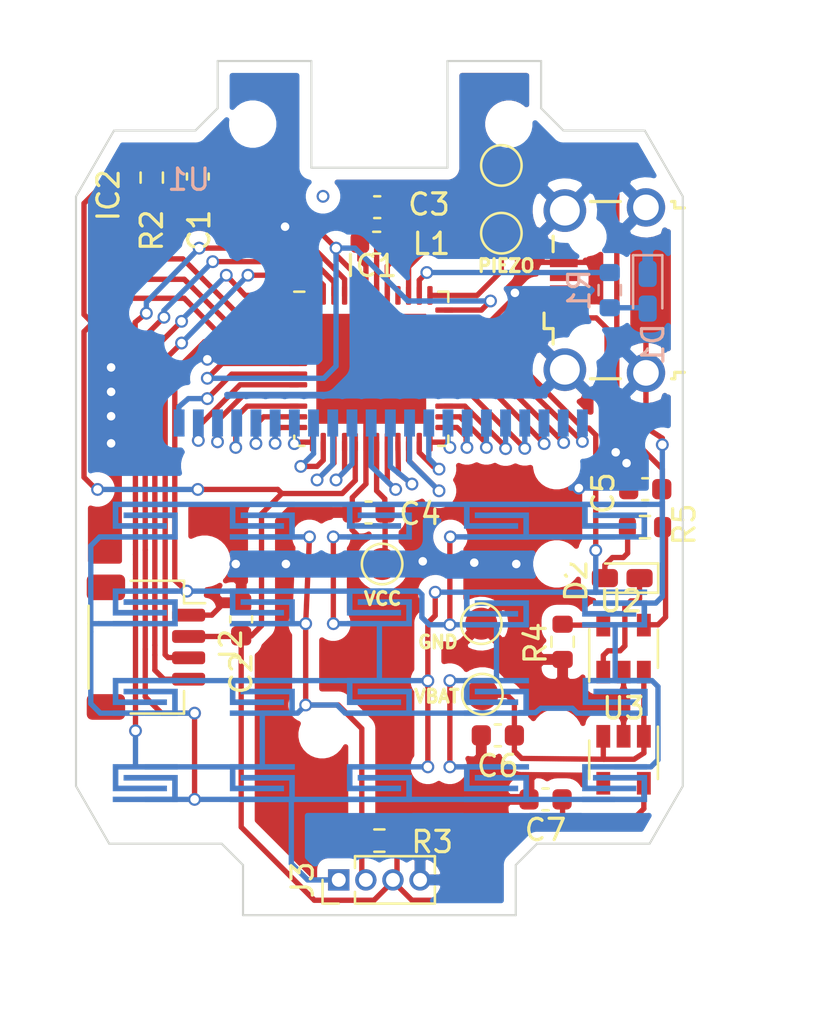
<source format=kicad_pcb>
(kicad_pcb (version 20171130) (host pcbnew "(5.1.9-0-10_14)")
  (layers (0 F.Cu signal) (31 B.Cu signal) (34 B.Paste user) (35 F.Paste user) (36 B.SilkS user) (37 F.SilkS user) (38 B.Mask user) (39 F.Mask user) (44 Edge.Cuts user))
  (net 0 "")
  (net 1 "Net-(IC1-Pad40)")
  (net 2 "Net-(IC1-Pad34)")
  (net 3 "Net-(IC1-Pad33)")
  (net 4 "Net-(IC1-Pad31)")
  (net 5 "Net-(IC1-Pad30)")
  (net 6 "Net-(IC1-Pad29)")
  (net 7 "Net-(IC1-Pad28)")
  (net 8 "Net-(IC1-Pad27)")
  (net 9 "Net-(IC1-Pad26)")
  (net 10 "Net-(IC1-Pad25)")
  (net 11 "Net-(IC1-Pad24)")
  (net 12 "Net-(IC1-Pad23)")
  (net 13 "Net-(IC1-Pad22)")
  (net 14 "Net-(IC1-Pad21)")
  (net 15 "Net-(IC1-Pad20)")
  (net 16 "Net-(IC1-Pad16)")
  (net 17 "Net-(IC1-Pad15)")
  (net 18 "Net-(IC1-Pad14)")
  (net 19 "Net-(IC1-Pad13)")
  (net 20 "Net-(IC1-Pad12)")
  (net 21 "Net-(IC1-Pad11)")
  (net 22 "Net-(IC1-Pad10)")
  (net 23 "Net-(IC1-Pad9)")
  (net 24 "Net-(IC1-Pad8)")
  (net 25 "Net-(IC1-Pad7)")
  (net 26 GND)
  (net 27 VCC)
  (net 28 VCC_CORE)
  (net 29 VCC_LCD)
  (net 30 "Net-(D1-Pad2)")
  (net 31 SCL)
  (net 32 SDA)
  (net 33 SWDIO)
  (net 34 SWCLK)
  (net 35 KEYPAD_3)
  (net 36 KEYPAD_2)
  (net 37 KEYPAD_1)
  (net 38 "Net-(IC2-Pad1)")
  (net 39 "Net-(J1-Pad4)")
  (net 40 VDD_OUT)
  (net 41 IR_MODE)
  (net 42 LEDbacklight)
  (net 43 PIEZO)
  (net 44 IR_TX)
  (net 45 IR_RX)
  (net 46 "Net-(D2-Pad2)")
  (net 47 "Net-(D2-Pad1)")
  (net 48 "Net-(R4-Pad1)")
  (net 49 "Net-(U3-Pad4)")
  (net 50 VBUS)
  (net 51 VBAT)
  (module TestPoint:TestPoint_Pad_D1.5mm (layer F.Cu) (at 37.6428 46.3296)
    (fp_text reference TP_VBAT1 hide)
    (fp_text value TestPoint hide)
    (pad 1 smd circle (at 0 0) (size 1.5 1.5) (layers F.Cu F.Mask) (net 51 VBAT))
  )
  (module TestPoint:TestPoint_Pad_D1.5mm (layer F.Cu) (at 37.592 43.0276)
    (fp_text reference TP_GND1 hide)
    (fp_text value TestPoint hide)
    (pad 1 smd circle (at 0 0) (size 1.5 1.5) (layers F.Cu F.Mask) (net 26 GND))
  )
  (module SmartwatchPCB:display_MOUNT (layer B.Cu) (at 32.8803 33.6296 180)
    (fp_text reference U1 (at 9 11.4) (layer B.SilkS) (effects (justify mirror)))
    (fp_text value LCD)
    (pad "" np_thru_hole circle (at 6 14 180) (size 1.2 1.2) (drill 1.2) (layers *.Cu *.Mask))
    (pad "" np_thru_hole circle (at -6 14 180) (size 1.2 1.2) (drill 1.2) (layers *.Cu *.Mask))
    (pad "" np_thru_hole circle (at 8.25 -2 180) (size 1.2 1.2) (drill 1.2) (layers *.Cu *.Mask))
    (pad "" np_thru_hole circle (at -8.25 -2 180) (size 1.2 1.2) (drill 1.2) (layers *.Cu *.Mask))
    (pad "" np_thru_hole circle (at 2.75 -14.6 180) (size 1.2 1.2) (drill 1.2) (layers *.Cu *.Mask))
    (pad "" np_thru_hole circle (at -8.25 -14.6 180) (size 1.4 1.4) (drill 1.4) (layers *.Cu *.Mask))
    (pad "" np_thru_hole circle (at 8.25 -6.477 180) (size 1.4 1.4) (drill 1.4) (layers *.Cu *.Mask))
    (pad "" np_thru_hole circle (at -8.25 -6.6 180) (size 1.2 1.2) (drill 1.2) (layers *.Cu *.Mask))
    (pad 1 smd rect (at -9.45 0 180) (size 0.508 1.27) (layers B.Cu B.Mask) (net 4 "Net-(IC1-Pad31)"))
    (pad 2 smd rect (at -8.55 0 180) (size 0.508 1.27) (layers B.Cu B.Mask) (net 5 "Net-(IC1-Pad30)"))
    (pad 3 smd rect (at -7.65 0 180) (size 0.508 1.27) (layers B.Cu B.Mask) (net 6 "Net-(IC1-Pad29)"))
    (pad 4 smd rect (at -6.75 0 180) (size 0.508 1.27) (layers B.Cu B.Mask) (net 7 "Net-(IC1-Pad28)"))
    (pad 5 smd rect (at -5.85 0 180) (size 0.508 1.27) (layers B.Cu B.Mask) (net 8 "Net-(IC1-Pad27)"))
    (pad 6 smd rect (at -4.95 0 180) (size 0.508 1.27) (layers B.Cu B.Mask) (net 9 "Net-(IC1-Pad26)"))
    (pad 7 smd rect (at -4.05 0 180) (size 0.508 1.27) (layers B.Cu B.Mask) (net 10 "Net-(IC1-Pad25)"))
    (pad 8 smd rect (at -3.15 0 180) (size 0.508 1.27) (layers B.Cu B.Mask) (net 11 "Net-(IC1-Pad24)"))
    (pad 9 smd rect (at -2.25 0 180) (size 0.508 1.27) (layers B.Cu B.Mask) (net 12 "Net-(IC1-Pad23)"))
    (pad 10 smd rect (at -1.35 0 180) (size 0.508 1.27) (layers B.Cu B.Mask) (net 13 "Net-(IC1-Pad22)"))
    (pad 11 smd rect (at -0.45 0 180) (size 0.508 1.27) (layers B.Cu B.Mask) (net 14 "Net-(IC1-Pad21)"))
    (pad 12 smd rect (at 0.45 0 180) (size 0.508 1.27) (layers B.Cu B.Mask) (net 15 "Net-(IC1-Pad20)"))
    (pad 13 smd rect (at 1.35 0 180) (size 0.508 1.27) (layers B.Cu B.Mask) (net 16 "Net-(IC1-Pad16)"))
    (pad 14 smd rect (at 2.25 0 180) (size 0.508 1.27) (layers B.Cu B.Mask) (net 17 "Net-(IC1-Pad15)"))
    (pad 15 smd rect (at 3.15 0 180) (size 0.508 1.27) (layers B.Cu B.Mask) (net 18 "Net-(IC1-Pad14)"))
    (pad 16 smd rect (at 4.05 0 180) (size 0.508 1.27) (layers B.Cu B.Mask) (net 19 "Net-(IC1-Pad13)"))
    (pad 17 smd rect (at 4.95 0 180) (size 0.508 1.27) (layers B.Cu B.Mask) (net 20 "Net-(IC1-Pad12)"))
    (pad 18 smd rect (at 5.85 0 180) (size 0.508 1.27) (layers B.Cu B.Mask) (net 21 "Net-(IC1-Pad11)"))
    (pad 19 smd rect (at 6.75 0 180) (size 0.508 1.27) (layers B.Cu B.Mask) (net 22 "Net-(IC1-Pad10)"))
    (pad 20 smd rect (at 7.65 0 180) (size 0.508 1.27) (layers B.Cu B.Mask) (net 23 "Net-(IC1-Pad9)"))
    (pad 21 smd rect (at 8.55 0 180) (size 0.508 1.27) (layers B.Cu B.Mask) (net 24 "Net-(IC1-Pad8)"))
    (pad 22 smd rect (at 9.45 0 180) (size 0.508 1.27) (layers B.Cu B.Mask) (net 25 "Net-(IC1-Pad7)"))
  )
  (module Capacitor_SMD:C_0603_1608Metric (layer F.Cu) (at 40.6022 51.2572 180)
    (fp_text reference C7 (at 0 -1.43) (layer F.SilkS))
    (fp_text value 100nF)
    (pad 2 smd roundrect (at 0.775 0 180) (size 0.9 0.95) (layers F.Cu F.Paste F.Mask) (net 26 GND))
    (pad 1 smd roundrect (at -0.775 0 180) (size 0.9 0.95) (layers F.Cu F.Paste F.Mask) (net 27 VCC))
  )
  (module Capacitor_SMD:C_0603_1608Metric (layer F.Cu) (at 38.367 48.26 180)
    (fp_text reference C6 (at 0 -1.43) (layer F.SilkS))
    (fp_text value 100nF)
    (pad 2 smd roundrect (at 0.775 0 180) (size 0.9 0.95) (layers F.Cu F.Paste F.Mask) (net 26 GND))
    (pad 1 smd roundrect (at -0.775 0 180) (size 0.9 0.95) (layers F.Cu F.Paste F.Mask) (net 51 VBAT))
  )
  (module Capacitor_SMD:C_0603_1608Metric (layer F.Cu) (at 45.2758 36.7284 180)
    (fp_text reference C5 (at 1.9685 -0.1905 270) (layer F.SilkS))
    (fp_text value 100nF)
    (pad 2 smd roundrect (at 0.775 0 180) (size 0.9 0.95) (layers F.Cu F.Paste F.Mask) (net 26 GND))
    (pad 1 smd roundrect (at -0.775 0 180) (size 0.9 0.95) (layers F.Cu F.Paste F.Mask) (net 50 VBUS))
  )
  (module Package_TO_SOT_SMD:SOT-23-5 (layer F.Cu) (at 44.2595 49.403 270)
    (fp_text reference U3 (at -2.413 0) (layer F.SilkS))
    (fp_text value AP2112K-2.5)
    (pad 5 smd rect (at 1.1 -0.95 270) (size 1.06 0.65) (layers F.Cu F.Paste F.Mask) (net 27 VCC))
    (pad 4 smd rect (at 1.1 0.95 270) (size 1.06 0.65) (layers F.Cu F.Paste F.Mask) (net 49 "Net-(U3-Pad4)"))
    (pad 3 smd rect (at -1.1 0.95 270) (size 1.06 0.65) (layers F.Cu F.Paste F.Mask) (net 51 VBAT))
    (pad 2 smd rect (at -1.1 0 270) (size 1.06 0.65) (layers F.Cu F.Paste F.Mask) (net 26 GND))
    (pad 1 smd rect (at -1.1 -0.95 270) (size 1.06 0.65) (layers F.Cu F.Paste F.Mask) (net 51 VBAT))
  )
  (module Package_TO_SOT_SMD:SOT-23-5 (layer F.Cu) (at 44.2595 44.196 90)
    (fp_text reference U2 (at 2.2225 -0.127 180) (layer F.SilkS))
    (fp_text value MCP73831-2-OT)
    (pad 5 smd rect (at 1.1 -0.95 90) (size 1.06 0.65) (layers F.Cu F.Paste F.Mask) (net 48 "Net-(R4-Pad1)"))
    (pad 4 smd rect (at 1.1 0.95 90) (size 1.06 0.65) (layers F.Cu F.Paste F.Mask) (net 50 VBUS))
    (pad 3 smd rect (at -1.1 0.95 90) (size 1.06 0.65) (layers F.Cu F.Paste F.Mask) (net 51 VBAT))
    (pad 2 smd rect (at -1.1 0 90) (size 1.06 0.65) (layers F.Cu F.Paste F.Mask) (net 26 GND))
    (pad 1 smd rect (at -1.1 -0.95 90) (size 1.06 0.65) (layers F.Cu F.Paste F.Mask) (net 47 "Net-(D2-Pad1)"))
  )
  (module Resistor_SMD:R_0603_1608Metric (layer F.Cu) (at 45.2628 38.5064)
    (fp_text reference R5 (at 1.8415 -0.127 270) (layer F.SilkS))
    (fp_text value R)
    (pad 2 smd roundrect (at 0.825 0) (size 0.8 0.95) (layers F.Cu F.Paste F.Mask) (net 50 VBUS))
    (pad 1 smd roundrect (at -0.825 0) (size 0.8 0.95) (layers F.Cu F.Paste F.Mask) (net 46 "Net-(D2-Pad2)"))
  )
  (module Resistor_SMD:R_0603_1608Metric (layer F.Cu) (at 41.402 43.8785 270)
    (fp_text reference R4 (at 0.0635 1.27 90) (layer F.SilkS))
    (fp_text value R)
    (pad 2 smd roundrect (at 0.825 0 270) (size 0.8 0.95) (layers F.Cu F.Paste F.Mask) (net 26 GND))
    (pad 1 smd roundrect (at -0.825 0 270) (size 0.8 0.95) (layers F.Cu F.Paste F.Mask) (net 48 "Net-(R4-Pad1)"))
  )
  (module LED_SMD:LED_0603_1608Metric_Castellated (layer F.Cu) (at 44.1957 40.894 180)
    (fp_text reference D2 (at 2.159 -0.127 270) (layer F.SilkS))
    (fp_text value LED)
    (pad 2 smd roundrect (at 0.8125 0 180) (size 1.225 0.85) (layers F.Cu F.Paste F.Mask) (net 46 "Net-(D2-Pad2)"))
    (pad 1 smd roundrect (at -0.8125 0 180) (size 1.225 0.85) (layers F.Cu F.Paste F.Mask) (net 47 "Net-(D2-Pad1)"))
  )
  (module SmartwatchPCB:TFBS4711 (layer F.Cu) (at 20.1168 27.3686 270)
    (fp_text reference IC2 (at -4.407 0 90) (layer F.SilkS))
    (fp_text value TFBS4711)
    (pad 6 smd rect (at 2.375 0 270) (size 0.635 1.27) (layers F.Cu F.Paste F.Mask) (net 26 GND))
    (pad 5 smd rect (at 1.425 0 270) (size 0.635 1.27) (layers F.Cu F.Paste F.Mask) (net 27 VCC))
    (pad 4 smd rect (at 0.475 0 270) (size 0.635 1.27) (layers F.Cu F.Paste F.Mask) (net 41 IR_MODE))
    (pad 3 smd rect (at -0.475 0 270) (size 0.635 1.27) (layers F.Cu F.Paste F.Mask) (net 45 IR_RX))
    (pad 2 smd rect (at -1.425 0 270) (size 0.635 1.27) (layers F.Cu F.Paste F.Mask) (net 44 IR_TX))
    (pad 1 smd rect (at -2.375 0 270) (size 0.635 1.27) (layers F.Cu F.Paste F.Mask) (net 38 "Net-(IC2-Pad1)"))
  )
  (module Package_DFN_QFN:QFN-48-1EP_7x7mm_P0.5mm_EP5.15x5.15mm (layer F.Cu) (at 32.4358 31.0896)
    (fp_text reference IC1 (at 0 -4.82) (layer F.SilkS))
    (fp_text value SAML22G)
    (pad 49 smd rect (at 0 0) (size 5.15 5.15) (layers F.Cu F.Mask) (net 26 GND))
    (pad 48 smd roundrect (at -2.75 -3.4375) (size 0.25 0.875) (layers F.Cu F.Paste F.Mask) (net 31 SCL))
    (pad 47 smd roundrect (at -2.25 -3.4375) (size 0.25 0.875) (layers F.Cu F.Paste F.Mask) (net 32 SDA))
    (pad 46 smd roundrect (at -1.75 -3.4375) (size 0.25 0.875) (layers F.Cu F.Paste F.Mask) (net 33 SWDIO))
    (pad 45 smd roundrect (at -1.25 -3.4375) (size 0.25 0.875) (layers F.Cu F.Paste F.Mask) (net 34 SWCLK))
    (pad 44 smd roundrect (at -0.75 -3.4375) (size 0.25 0.875) (layers F.Cu F.Paste F.Mask) (net 27 VCC))
    (pad 43 smd roundrect (at -0.25 -3.4375) (size 0.25 0.875) (layers F.Cu F.Paste F.Mask) (net 40 VDD_OUT))
    (pad 42 smd roundrect (at 0.25 -3.4375) (size 0.25 0.875) (layers F.Cu F.Paste F.Mask) (net 26 GND))
    (pad 41 smd roundrect (at 0.75 -3.4375) (size 0.25 0.875) (layers F.Cu F.Paste F.Mask) (net 28 VCC_CORE))
    (pad 40 smd roundrect (at 1.25 -3.4375) (size 0.25 0.875) (layers F.Cu F.Paste F.Mask) (net 1 "Net-(IC1-Pad40)"))
    (pad 39 smd roundrect (at 1.75 -3.4375) (size 0.25 0.875) (layers F.Cu F.Paste F.Mask) (net 37 KEYPAD_1))
    (pad 38 smd roundrect (at 2.25 -3.4375) (size 0.25 0.875) (layers F.Cu F.Paste F.Mask) (net 42 LEDbacklight))
    (pad 37 smd roundrect (at 2.75 -3.4375) (size 0.25 0.875) (layers F.Cu F.Paste F.Mask) (net 43 PIEZO))
    (pad 36 smd roundrect (at 3.4375 -2.75) (size 0.875 0.25) (layers F.Cu F.Paste F.Mask) (net 27 VCC))
    (pad 35 smd roundrect (at 3.4375 -2.25) (size 0.875 0.25) (layers F.Cu F.Paste F.Mask) (net 26 GND))
    (pad 34 smd roundrect (at 3.4375 -1.75) (size 0.875 0.25) (layers F.Cu F.Paste F.Mask) (net 2 "Net-(IC1-Pad34)"))
    (pad 33 smd roundrect (at 3.4375 -1.25) (size 0.875 0.25) (layers F.Cu F.Paste F.Mask) (net 3 "Net-(IC1-Pad33)"))
    (pad 32 smd roundrect (at 3.4375 -0.75) (size 0.875 0.25) (layers F.Cu F.Paste F.Mask) (net 35 KEYPAD_3))
    (pad 31 smd roundrect (at 3.4375 -0.25) (size 0.875 0.25) (layers F.Cu F.Paste F.Mask) (net 4 "Net-(IC1-Pad31)"))
    (pad 30 smd roundrect (at 3.4375 0.25) (size 0.875 0.25) (layers F.Cu F.Paste F.Mask) (net 5 "Net-(IC1-Pad30)"))
    (pad 29 smd roundrect (at 3.4375 0.75) (size 0.875 0.25) (layers F.Cu F.Paste F.Mask) (net 6 "Net-(IC1-Pad29)"))
    (pad 28 smd roundrect (at 3.4375 1.25) (size 0.875 0.25) (layers F.Cu F.Paste F.Mask) (net 7 "Net-(IC1-Pad28)"))
    (pad 27 smd roundrect (at 3.4375 1.75) (size 0.875 0.25) (layers F.Cu F.Paste F.Mask) (net 8 "Net-(IC1-Pad27)"))
    (pad 26 smd roundrect (at 3.4375 2.25) (size 0.875 0.25) (layers F.Cu F.Paste F.Mask) (net 9 "Net-(IC1-Pad26)"))
    (pad 25 smd roundrect (at 3.4375 2.75) (size 0.875 0.25) (layers F.Cu F.Paste F.Mask) (net 10 "Net-(IC1-Pad25)"))
    (pad 24 smd roundrect (at 2.75 3.4375) (size 0.25 0.875) (layers F.Cu F.Paste F.Mask) (net 11 "Net-(IC1-Pad24)"))
    (pad 23 smd roundrect (at 2.25 3.4375) (size 0.25 0.875) (layers F.Cu F.Paste F.Mask) (net 12 "Net-(IC1-Pad23)"))
    (pad 22 smd roundrect (at 1.75 3.4375) (size 0.25 0.875) (layers F.Cu F.Paste F.Mask) (net 13 "Net-(IC1-Pad22)"))
    (pad 21 smd roundrect (at 1.25 3.4375) (size 0.25 0.875) (layers F.Cu F.Paste F.Mask) (net 14 "Net-(IC1-Pad21)"))
    (pad 20 smd roundrect (at 0.75 3.4375) (size 0.25 0.875) (layers F.Cu F.Paste F.Mask) (net 15 "Net-(IC1-Pad20)"))
    (pad 19 smd roundrect (at 0.25 3.4375) (size 0.25 0.875) (layers F.Cu F.Paste F.Mask) (net 29 VCC_LCD))
    (pad 18 smd roundrect (at -0.25 3.4375) (size 0.25 0.875) (layers F.Cu F.Paste F.Mask) (net 26 GND))
    (pad 17 smd roundrect (at -0.75 3.4375) (size 0.25 0.875) (layers F.Cu F.Paste F.Mask) (net 27 VCC))
    (pad 16 smd roundrect (at -1.25 3.4375) (size 0.25 0.875) (layers F.Cu F.Paste F.Mask) (net 16 "Net-(IC1-Pad16)"))
    (pad 15 smd roundrect (at -1.75 3.4375) (size 0.25 0.875) (layers F.Cu F.Paste F.Mask) (net 17 "Net-(IC1-Pad15)"))
    (pad 14 smd roundrect (at -2.25 3.4375) (size 0.25 0.875) (layers F.Cu F.Paste F.Mask) (net 18 "Net-(IC1-Pad14)"))
    (pad 13 smd roundrect (at -2.75 3.4375) (size 0.25 0.875) (layers F.Cu F.Paste F.Mask) (net 19 "Net-(IC1-Pad13)"))
    (pad 12 smd roundrect (at -3.4375 2.75) (size 0.875 0.25) (layers F.Cu F.Paste F.Mask) (net 20 "Net-(IC1-Pad12)"))
    (pad 11 smd roundrect (at -3.4375 2.25) (size 0.875 0.25) (layers F.Cu F.Paste F.Mask) (net 21 "Net-(IC1-Pad11)"))
    (pad 10 smd roundrect (at -3.4375 1.75) (size 0.875 0.25) (layers F.Cu F.Paste F.Mask) (net 22 "Net-(IC1-Pad10)"))
    (pad 9 smd roundrect (at -3.4375 1.25) (size 0.875 0.25) (layers F.Cu F.Paste F.Mask) (net 23 "Net-(IC1-Pad9)"))
    (pad 8 smd roundrect (at -3.4375 0.75) (size 0.875 0.25) (layers F.Cu F.Paste F.Mask) (net 24 "Net-(IC1-Pad8)"))
    (pad 7 smd roundrect (at -3.4375 0.25) (size 0.875 0.25) (layers F.Cu F.Paste F.Mask) (net 25 "Net-(IC1-Pad7)"))
    (pad 6 smd roundrect (at -3.4375 -0.25) (size 0.875 0.25) (layers F.Cu F.Paste F.Mask) (net 27 VCC))
    (pad 5 smd roundrect (at -3.4375 -0.75) (size 0.875 0.25) (layers F.Cu F.Paste F.Mask) (net 26 GND))
    (pad 4 smd roundrect (at -3.4375 -1.25) (size 0.875 0.25) (layers F.Cu F.Paste F.Mask) (net 36 KEYPAD_2))
    (pad 3 smd roundrect (at -3.4375 -1.75) (size 0.875 0.25) (layers F.Cu F.Paste F.Mask) (net 41 IR_MODE))
    (pad 2 smd roundrect (at -3.4375 -2.25) (size 0.875 0.25) (layers F.Cu F.Paste F.Mask) (net 45 IR_RX))
    (pad 1 smd roundrect (at -3.4375 -2.75) (size 0.875 0.25) (layers F.Cu F.Paste F.Mask) (net 44 IR_TX))
  )
  (module Connector_JST:JST_SH_SM04B-SRSS-TB_1x04-1MP_P1.00mm_Horizontal (layer F.Cu) (at 21.876 44.1278 270)
    (fp_text reference J2 (at 0 -3.98 90) (layer F.SilkS))
    (fp_text value Conn_01x04_Male)
    (pad MP smd roundrect (at 2.8 1.875 270) (size 1.2 1.8) (layers F.Cu F.Paste F.Mask) (roundrect_rratio 0.208333))
    (pad MP smd roundrect (at -2.8 1.875 270) (size 1.2 1.8) (layers F.Cu F.Paste F.Mask) (roundrect_rratio 0.208333))
    (pad 4 smd roundrect (at 1.5 -2 270) (size 0.6 1.55) (layers F.Cu F.Paste F.Mask) (net 31 SCL))
    (pad 3 smd roundrect (at 0.5 -2 270) (size 0.6 1.55) (layers F.Cu F.Paste F.Mask) (net 32 SDA))
    (pad 2 smd roundrect (at -0.5 -2 270) (size 0.6 1.55) (layers F.Cu F.Paste F.Mask) (net 27 VCC))
    (pad 1 smd roundrect (at -1.5 -2 270) (size 0.6 1.55) (layers F.Cu F.Paste F.Mask) (net 26 GND))
  )
  (module Inductor_SMD:L_0603_1608Metric (layer F.Cu) (at 32.6898 25.1841)
    (fp_text reference L1 (at 2.5654 0.0508) (layer F.SilkS))
    (fp_text value L)
    (pad 2 smd roundrect (at 0.7875 0) (size 0.875 0.95) (layers F.Cu F.Paste F.Mask) (net 28 VCC_CORE))
    (pad 1 smd roundrect (at -0.7875 0) (size 0.875 0.95) (layers F.Cu F.Paste F.Mask) (net 40 VDD_OUT))
  )
  (module SmartwatchPCB:button (layer B.Cu) (at 21.844 46.4566)
    (fp_text reference SW_SUB1 hide)
    (fp_text value SW_Push hide)
    (pad 2 smd custom (at 0 -0.762 180) (size 3.048 0.254) (layers B.Cu B.Mask) (net 35 KEYPAD_3) (options (clearance outline) (anchor rect)) (primitives (gr_poly (pts (xy -1.016 -1.144) (xy 1.523 -1.144) (xy 1.523 0.128) (xy 1.26 0.128) (xy 1.26 -0.88) (xy -1.016 -0.88)) (width 0))))
    (pad 1 smd custom (at 0 0.762) (size 3.048 0.254) (layers B.Cu B.Mask) (net 33 SWDIO) (options (clearance outline) (anchor rect)) (primitives (gr_poly (pts (xy -1.016 -1.144) (xy 1.523 -1.144) (xy 1.523 0.128) (xy 1.26 0.128) (xy 1.26 -0.88) (xy -1.016 -0.88)) (width 0))))
  )
  (module SmartwatchPCB:button (layer B.Cu) (at 38.3032 50.4952 180)
    (fp_text reference SW_0 hide)
    (fp_text value SW_Push hide)
    (pad 2 smd custom (at 0 -0.762) (size 3.048 0.254) (layers B.Cu B.Mask) (net 33 SWDIO) (options (clearance outline) (anchor rect)) (primitives (gr_poly (pts (xy -1.016 -1.144) (xy 1.523 -1.144) (xy 1.523 0.128) (xy 1.26 0.128) (xy 1.26 -0.88) (xy -1.016 -0.88)) (width 0))))
    (pad 1 smd custom (at 0 0.762 180) (size 3.048 0.254) (layers B.Cu B.Mask) (net 36 KEYPAD_2) (options (clearance outline) (anchor rect)) (primitives (gr_poly (pts (xy -1.016 -1.144) (xy 1.523 -1.144) (xy 1.523 0.128) (xy 1.26 0.128) (xy 1.26 -0.88) (xy -1.016 -0.88)) (width 0))))
  )
  (module SmartwatchPCB:button (layer B.Cu) (at 38.3032 46.4566 180)
    (fp_text reference SW_1 hide)
    (fp_text value SW_Push hide)
    (pad 2 smd custom (at 0 -0.762) (size 3.048 0.254) (layers B.Cu B.Mask) (net 34 SWCLK) (options (clearance outline) (anchor rect)) (primitives (gr_poly (pts (xy -1.016 -1.144) (xy 1.523 -1.144) (xy 1.523 0.128) (xy 1.26 0.128) (xy 1.26 -0.88) (xy -1.016 -0.88)) (width 0))))
    (pad 1 smd custom (at 0 0.762 180) (size 3.048 0.254) (layers B.Cu B.Mask) (net 36 KEYPAD_2) (options (clearance outline) (anchor rect)) (primitives (gr_poly (pts (xy -1.016 -1.144) (xy 1.523 -1.144) (xy 1.523 0.128) (xy 1.26 0.128) (xy 1.26 -0.88) (xy -1.016 -0.88)) (width 0))))
  )
  (module SmartwatchPCB:button (layer B.Cu) (at 32.8168 46.4566 180)
    (fp_text reference SW_2 hide)
    (fp_text value SW_Push hide)
    (pad 2 smd custom (at 0 -0.762) (size 3.048 0.254) (layers B.Cu B.Mask) (net 34 SWCLK) (options (clearance outline) (anchor rect)) (primitives (gr_poly (pts (xy -1.016 -1.144) (xy 1.523 -1.144) (xy 1.523 0.128) (xy 1.26 0.128) (xy 1.26 -0.88) (xy -1.016 -0.88)) (width 0))))
    (pad 1 smd custom (at 0 0.762 180) (size 3.048 0.254) (layers B.Cu B.Mask) (net 35 KEYPAD_3) (options (clearance outline) (anchor rect)) (primitives (gr_poly (pts (xy -1.016 -1.144) (xy 1.523 -1.144) (xy 1.523 0.128) (xy 1.26 0.128) (xy 1.26 -0.88) (xy -1.016 -0.88)) (width 0))))
  )
  (module SmartwatchPCB:button (layer B.Cu) (at 27.3304 46.4566)
    (fp_text reference SW_3 hide)
    (fp_text value SW_Push hide)
    (pad 2 smd custom (at 0 -0.762 180) (size 3.048 0.254) (layers B.Cu B.Mask) (net 35 KEYPAD_3) (options (clearance outline) (anchor rect)) (primitives (gr_poly (pts (xy -1.016 -1.144) (xy 1.523 -1.144) (xy 1.523 0.128) (xy 1.26 0.128) (xy 1.26 -0.88) (xy -1.016 -0.88)) (width 0))))
    (pad 1 smd custom (at 0 0.762) (size 3.048 0.254) (layers B.Cu B.Mask) (net 34 SWCLK) (options (clearance outline) (anchor rect)) (primitives (gr_poly (pts (xy -1.016 -1.144) (xy 1.523 -1.144) (xy 1.523 0.128) (xy 1.26 0.128) (xy 1.26 -0.88) (xy -1.016 -0.88)) (width 0))))
  )
  (module SmartwatchPCB:button (layer B.Cu) (at 38.3032 42.3164)
    (fp_text reference SW_4 hide)
    (fp_text value SW_Push hide)
    (pad 2 smd custom (at 0 -0.762 180) (size 3.048 0.254) (layers B.Cu B.Mask) (net 35 KEYPAD_3) (options (clearance outline) (anchor rect)) (primitives (gr_poly (pts (xy -1.016 -1.144) (xy 1.523 -1.144) (xy 1.523 0.128) (xy 1.26 0.128) (xy 1.26 -0.88) (xy -1.016 -0.88)) (width 0))))
    (pad 1 smd custom (at 0 0.762) (size 3.048 0.254) (layers B.Cu B.Mask) (net 36 KEYPAD_2) (options (clearance outline) (anchor rect)) (primitives (gr_poly (pts (xy -1.016 -1.144) (xy 1.523 -1.144) (xy 1.523 0.128) (xy 1.26 0.128) (xy 1.26 -0.88) (xy -1.016 -0.88)) (width 0))))
  )
  (module SmartwatchPCB:button (layer B.Cu) (at 32.8168 42.2656)
    (fp_text reference SW_5 hide)
    (fp_text value SW_Push hide)
    (pad 2 smd custom (at 0 -0.762 180) (size 3.048 0.254) (layers B.Cu B.Mask) (net 36 KEYPAD_2) (options (clearance outline) (anchor rect)) (primitives (gr_poly (pts (xy -1.016 -1.144) (xy 1.523 -1.144) (xy 1.523 0.128) (xy 1.26 0.128) (xy 1.26 -0.88) (xy -1.016 -0.88)) (width 0))))
    (pad 1 smd custom (at 0 0.762) (size 3.048 0.254) (layers B.Cu B.Mask) (net 35 KEYPAD_3) (options (clearance outline) (anchor rect)) (primitives (gr_poly (pts (xy -1.016 -1.144) (xy 1.523 -1.144) (xy 1.523 0.128) (xy 1.26 0.128) (xy 1.26 -0.88) (xy -1.016 -0.88)) (width 0))))
  )
  (module SmartwatchPCB:button (layer B.Cu) (at 38.3032 38.2016)
    (fp_text reference SW_7 hide)
    (fp_text value SW_Push hide)
    (pad 2 smd custom (at 0 -0.762 180) (size 3.048 0.254) (layers B.Cu B.Mask) (net 37 KEYPAD_1) (options (clearance outline) (anchor rect)) (primitives (gr_poly (pts (xy -1.016 -1.144) (xy 1.523 -1.144) (xy 1.523 0.128) (xy 1.26 0.128) (xy 1.26 -0.88) (xy -1.016 -0.88)) (width 0))))
    (pad 1 smd custom (at 0 0.762) (size 3.048 0.254) (layers B.Cu B.Mask) (net 36 KEYPAD_2) (options (clearance outline) (anchor rect)) (primitives (gr_poly (pts (xy -1.016 -1.144) (xy 1.523 -1.144) (xy 1.523 0.128) (xy 1.26 0.128) (xy 1.26 -0.88) (xy -1.016 -0.88)) (width 0))))
  )
  (module SmartwatchPCB:button (layer B.Cu) (at 32.8168 38.2016)
    (fp_text reference SW_8 hide)
    (fp_text value SW_Push hide)
    (pad 2 smd custom (at 0 -0.762 180) (size 3.048 0.254) (layers B.Cu B.Mask) (net 37 KEYPAD_1) (options (clearance outline) (anchor rect)) (primitives (gr_poly (pts (xy -1.016 -1.144) (xy 1.523 -1.144) (xy 1.523 0.128) (xy 1.26 0.128) (xy 1.26 -0.88) (xy -1.016 -0.88)) (width 0))))
    (pad 1 smd custom (at 0 0.762) (size 3.048 0.254) (layers B.Cu B.Mask) (net 35 KEYPAD_3) (options (clearance outline) (anchor rect)) (primitives (gr_poly (pts (xy -1.016 -1.144) (xy 1.523 -1.144) (xy 1.523 0.128) (xy 1.26 0.128) (xy 1.26 -0.88) (xy -1.016 -0.88)) (width 0))))
  )
  (module SmartwatchPCB:button (layer B.Cu) (at 27.3304 38.2016)
    (fp_text reference SW_9 hide)
    (fp_text value SW_Push hide)
    (pad 2 smd custom (at 0 -0.762 180) (size 3.048 0.254) (layers B.Cu B.Mask) (net 37 KEYPAD_1) (options (clearance outline) (anchor rect)) (primitives (gr_poly (pts (xy -1.016 -1.144) (xy 1.523 -1.144) (xy 1.523 0.128) (xy 1.26 0.128) (xy 1.26 -0.88) (xy -1.016 -0.88)) (width 0))))
    (pad 1 smd custom (at 0 0.762) (size 3.048 0.254) (layers B.Cu B.Mask) (net 34 SWCLK) (options (clearance outline) (anchor rect)) (primitives (gr_poly (pts (xy -1.016 -1.144) (xy 1.523 -1.144) (xy 1.523 0.128) (xy 1.26 0.128) (xy 1.26 -0.88) (xy -1.016 -0.88)) (width 0))))
  )
  (module SmartwatchPCB:button (layer B.Cu) (at 21.844 50.4952)
    (fp_text reference SW_ADD1 hide)
    (fp_text value SW_Push hide)
    (pad 2 smd custom (at 0 -0.762 180) (size 3.048 0.254) (layers B.Cu B.Mask) (net 34 SWCLK) (options (clearance outline) (anchor rect)) (primitives (gr_poly (pts (xy -1.016 -1.144) (xy 1.523 -1.144) (xy 1.523 0.128) (xy 1.26 0.128) (xy 1.26 -0.88) (xy -1.016 -0.88)) (width 0))))
    (pad 1 smd custom (at 0 0.762) (size 3.048 0.254) (layers B.Cu B.Mask) (net 33 SWDIO) (options (clearance outline) (anchor rect)) (primitives (gr_poly (pts (xy -1.016 -1.144) (xy 1.523 -1.144) (xy 1.523 0.128) (xy 1.26 0.128) (xy 1.26 -0.88) (xy -1.016 -0.88)) (width 0))))
  )
  (module SmartwatchPCB:button (layer B.Cu) (at 21.844 38.2016)
    (fp_text reference SW_DIV1 hide)
    (fp_text value SW_Push hide)
    (pad 2 smd custom (at 0 -0.762 180) (size 3.048 0.254) (layers B.Cu B.Mask) (net 37 KEYPAD_1) (options (clearance outline) (anchor rect)) (primitives (gr_poly (pts (xy -1.016 -1.144) (xy 1.523 -1.144) (xy 1.523 0.128) (xy 1.26 0.128) (xy 1.26 -0.88) (xy -1.016 -0.88)) (width 0))))
    (pad 1 smd custom (at 0 0.762) (size 3.048 0.254) (layers B.Cu B.Mask) (net 33 SWDIO) (options (clearance outline) (anchor rect)) (primitives (gr_poly (pts (xy -1.016 -1.144) (xy 1.523 -1.144) (xy 1.523 0.128) (xy 1.26 0.128) (xy 1.26 -0.88) (xy -1.016 -0.88)) (width 0))))
  )
  (module SmartwatchPCB:button (layer B.Cu) (at 32.8168 50.4952 180)
    (fp_text reference SW_DOT1 hide)
    (fp_text value SW_Push hide)
    (pad 2 smd custom (at 0 -0.762) (size 3.048 0.254) (layers B.Cu B.Mask) (net 33 SWDIO) (options (clearance outline) (anchor rect)) (primitives (gr_poly (pts (xy -1.016 -1.144) (xy 1.523 -1.144) (xy 1.523 0.128) (xy 1.26 0.128) (xy 1.26 -0.88) (xy -1.016 -0.88)) (width 0))))
    (pad 1 smd custom (at 0 0.762 180) (size 3.048 0.254) (layers B.Cu B.Mask) (net 35 KEYPAD_3) (options (clearance outline) (anchor rect)) (primitives (gr_poly (pts (xy -1.016 -1.144) (xy 1.523 -1.144) (xy 1.523 0.128) (xy 1.26 0.128) (xy 1.26 -0.88) (xy -1.016 -0.88)) (width 0))))
  )
  (module SmartwatchPCB:button (layer B.Cu) (at 27.3304 50.4952 180)
    (fp_text reference SW_EQ1 hide)
    (fp_text value SW_Push hide)
    (pad 2 smd custom (at 0 -0.762) (size 3.048 0.254) (layers B.Cu B.Mask) (net 33 SWDIO) (options (clearance outline) (anchor rect)) (primitives (gr_poly (pts (xy -1.016 -1.144) (xy 1.523 -1.144) (xy 1.523 0.128) (xy 1.26 0.128) (xy 1.26 -0.88) (xy -1.016 -0.88)) (width 0))))
    (pad 1 smd custom (at 0 0.762 180) (size 3.048 0.254) (layers B.Cu B.Mask) (net 34 SWCLK) (options (clearance outline) (anchor rect)) (primitives (gr_poly (pts (xy -1.016 -1.144) (xy 1.523 -1.144) (xy 1.523 0.128) (xy 1.26 0.128) (xy 1.26 -0.88) (xy -1.016 -0.88)) (width 0))))
  )
  (module SmartwatchPCB:button (layer B.Cu) (at 43.8404 42.3164)
    (fp_text reference SW_M1 hide)
    (fp_text value SW_Push hide)
    (pad 2 smd custom (at 0 -0.762 180) (size 3.048 0.254) (layers B.Cu B.Mask) (net 35 KEYPAD_3) (options (clearance outline) (anchor rect)) (primitives (gr_poly (pts (xy -1.016 -1.144) (xy 1.523 -1.144) (xy 1.523 0.128) (xy 1.26 0.128) (xy 1.26 -0.88) (xy -1.016 -0.88)) (width 0))))
    (pad 1 smd custom (at 0 0.762) (size 3.048 0.254) (layers B.Cu B.Mask) (net 37 KEYPAD_1) (options (clearance outline) (anchor rect)) (primitives (gr_poly (pts (xy -1.016 -1.144) (xy 1.523 -1.144) (xy 1.523 0.128) (xy 1.26 0.128) (xy 1.26 -0.88) (xy -1.016 -0.88)) (width 0))))
  )
  (module SmartwatchPCB:button (layer B.Cu) (at 21.844 42.2656)
    (fp_text reference SW_MUL1 hide)
    (fp_text value SW_Push hide)
    (pad 2 smd custom (at 0 -0.762 180) (size 3.048 0.254) (layers B.Cu B.Mask) (net 36 KEYPAD_2) (options (clearance outline) (anchor rect)) (primitives (gr_poly (pts (xy -1.016 -1.144) (xy 1.523 -1.144) (xy 1.523 0.128) (xy 1.26 0.128) (xy 1.26 -0.88) (xy -1.016 -0.88)) (width 0))))
    (pad 1 smd custom (at 0 0.762) (size 3.048 0.254) (layers B.Cu B.Mask) (net 33 SWDIO) (options (clearance outline) (anchor rect)) (primitives (gr_poly (pts (xy -1.016 -1.144) (xy 1.523 -1.144) (xy 1.523 0.128) (xy 1.26 0.128) (xy 1.26 -0.88) (xy -1.016 -0.88)) (width 0))))
  )
  (module SmartwatchPCB:button (layer B.Cu) (at 43.8404 50.4952 180)
    (fp_text reference SW_ON1 hide)
    (fp_text value SW_Push hide)
    (pad 2 smd custom (at 0 -0.762) (size 3.048 0.254) (layers B.Cu B.Mask) (net 33 SWDIO) (options (clearance outline) (anchor rect)) (primitives (gr_poly (pts (xy -1.016 -1.144) (xy 1.523 -1.144) (xy 1.523 0.128) (xy 1.26 0.128) (xy 1.26 -0.88) (xy -1.016 -0.88)) (width 0))))
    (pad 1 smd custom (at 0 0.762 180) (size 3.048 0.254) (layers B.Cu B.Mask) (net 37 KEYPAD_1) (options (clearance outline) (anchor rect)) (primitives (gr_poly (pts (xy -1.016 -1.144) (xy 1.523 -1.144) (xy 1.523 0.128) (xy 1.26 0.128) (xy 1.26 -0.88) (xy -1.016 -0.88)) (width 0))))
  )
  (module SmartwatchPCB:button (layer B.Cu) (at 43.8404 38.2016 180)
    (fp_text reference SW_S1 hide)
    (fp_text value SW_Push hide)
    (pad 2 smd custom (at 0 -0.762) (size 3.048 0.254) (layers B.Cu B.Mask) (net 36 KEYPAD_2) (options (clearance outline) (anchor rect)) (primitives (gr_poly (pts (xy -1.016 -1.144) (xy 1.523 -1.144) (xy 1.523 0.128) (xy 1.26 0.128) (xy 1.26 -0.88) (xy -1.016 -0.88)) (width 0))))
    (pad 1 smd custom (at 0 0.762 180) (size 3.048 0.254) (layers B.Cu B.Mask) (net 37 KEYPAD_1) (options (clearance outline) (anchor rect)) (primitives (gr_poly (pts (xy -1.016 -1.144) (xy 1.523 -1.144) (xy 1.523 0.128) (xy 1.26 0.128) (xy 1.26 -0.88) (xy -1.016 -0.88)) (width 0))))
  )
  (module SmartwatchPCB:button (layer B.Cu) (at 43.8658 46.4566 180)
    (fp_text reference SW_SQRT1 hide)
    (fp_text value SW_Push hide)
    (pad 2 smd custom (at 0 -0.762) (size 3.048 0.254) (layers B.Cu B.Mask) (net 34 SWCLK) (options (clearance outline) (anchor rect)) (primitives (gr_poly (pts (xy -1.016 -1.144) (xy 1.523 -1.144) (xy 1.523 0.128) (xy 1.26 0.128) (xy 1.26 -0.88) (xy -1.016 -0.88)) (width 0))))
    (pad 1 smd custom (at 0 0.762 180) (size 3.048 0.254) (layers B.Cu B.Mask) (net 37 KEYPAD_1) (options (clearance outline) (anchor rect)) (primitives (gr_poly (pts (xy -1.016 -1.144) (xy 1.523 -1.144) (xy 1.523 0.128) (xy 1.26 0.128) (xy 1.26 -0.88) (xy -1.016 -0.88)) (width 0))))
  )
  (module SmartwatchPCB:button (layer B.Cu) (at 27.3304 42.2656)
    (fp_text reference SW_6 hide)
    (fp_text value SW_Push hide)
    (pad 2 smd custom (at 0 -0.762 180) (size 3.048 0.254) (layers B.Cu B.Mask) (net 36 KEYPAD_2) (options (clearance outline) (anchor rect)) (primitives (gr_poly (pts (xy -1.016 -1.144) (xy 1.523 -1.144) (xy 1.523 0.128) (xy 1.26 0.128) (xy 1.26 -0.88) (xy -1.016 -0.88)) (width 0))))
    (pad 1 smd custom (at 0 0.762) (size 3.048 0.254) (layers B.Cu B.Mask) (net 34 SWCLK) (options (clearance outline) (anchor rect)) (primitives (gr_poly (pts (xy -1.016 -1.144) (xy 1.523 -1.144) (xy 1.523 0.128) (xy 1.26 0.128) (xy 1.26 -0.88) (xy -1.016 -0.88)) (width 0))))
  )
  (module Capacitor_SMD:C_0603_1608Metric (layer F.Cu) (at 24.3078 22.0856 270)
    (fp_text reference C1 (at 2.527 -0.0635 90) (layer F.SilkS))
    (fp_text value 100nF)
    (pad 2 smd roundrect (at 0.775 0 270) (size 0.9 0.95) (layers F.Cu F.Paste F.Mask) (net 26 GND))
    (pad 1 smd roundrect (at -0.775 0 270) (size 0.9 0.95) (layers F.Cu F.Paste F.Mask) (net 27 VCC))
  )
  (module Capacitor_SMD:C_0603_1608Metric (layer F.Cu) (at 26.3398 42.8241 90)
    (fp_text reference C2 (at -2.54 0 90) (layer F.SilkS))
    (fp_text value 10uF)
    (pad 2 smd roundrect (at 0.775 0 90) (size 0.9 0.95) (layers F.Cu F.Paste F.Mask) (net 26 GND))
    (pad 1 smd roundrect (at -0.775 0 90) (size 0.9 0.95) (layers F.Cu F.Paste F.Mask) (net 27 VCC))
  )
  (module Capacitor_SMD:C_0603_1608Metric (layer F.Cu) (at 32.7152 23.5204 180)
    (fp_text reference C3 (at -2.426 0.127) (layer F.SilkS))
    (fp_text value 1uF)
    (pad 2 smd roundrect (at 0.775 0 180) (size 0.9 0.95) (layers F.Cu F.Paste F.Mask) (net 26 GND))
    (pad 1 smd roundrect (at -0.775 0 180) (size 0.9 0.95) (layers F.Cu F.Paste F.Mask) (net 28 VCC_CORE))
  )
  (module Capacitor_SMD:C_0603_1608Metric (layer F.Cu) (at 32.3088 37.8206 180)
    (fp_text reference C4 (at -2.413 -0.0635) (layer F.SilkS))
    (fp_text value 1uF)
    (pad 2 smd roundrect (at 0.775 0 180) (size 0.9 0.95) (layers F.Cu F.Paste F.Mask) (net 26 GND))
    (pad 1 smd roundrect (at -0.775 0 180) (size 0.9 0.95) (layers F.Cu F.Paste F.Mask) (net 29 VCC_LCD))
  )
  (module Connector_USB:USB_Micro-B_Wuerth_629105150521_CircularHoles (layer F.Cu) (at 43.3578 27.4066 90)
    (fp_text reference J1 hide)
    (fp_text value USB_B_Micro hide)
    (pad "" np_thru_hole circle (at 2.5 -0.8 90) (size 0.8 0.8) (drill 0.8) (layers *.Cu *.Mask))
    (pad "" np_thru_hole circle (at -2.5 -0.8 90) (size 0.8 0.8) (drill 0.8) (layers *.Cu *.Mask))
    (pad 6 thru_hole circle (at 3.875 1.95 90) (size 1.8 1.8) (drill 1.2) (layers *.Cu *.Mask) (net 26 GND))
    (pad 6 thru_hole circle (at -3.875 1.95 90) (size 1.8 1.8) (drill 1.2) (layers *.Cu *.Mask) (net 26 GND))
    (pad 6 thru_hole circle (at 3.725 -1.85 90) (size 2 2) (drill 1.4) (layers *.Cu *.Mask) (net 26 GND))
    (pad 6 thru_hole circle (at -3.725 -1.85 90) (size 2 2) (drill 1.4) (layers *.Cu *.Mask) (net 26 GND))
    (pad 5 smd rect (at 1.3 -1.9 90) (size 0.45 1.3) (layers F.Cu F.Paste F.Mask) (net 26 GND))
    (pad 4 smd rect (at 0.65 -1.9 90) (size 0.45 1.3) (layers F.Cu F.Paste F.Mask) (net 39 "Net-(J1-Pad4)"))
    (pad 3 smd rect (at 0 -1.9 90) (size 0.45 1.3) (layers F.Cu F.Paste F.Mask) (net 2 "Net-(IC1-Pad34)"))
    (pad 2 smd rect (at -0.65 -1.9 90) (size 0.45 1.3) (layers F.Cu F.Paste F.Mask) (net 3 "Net-(IC1-Pad33)"))
    (pad 1 smd rect (at -1.3 -1.9 90) (size 0.45 1.3) (layers F.Cu F.Paste F.Mask) (net 50 VBUS))
  )
  (module Connector_PinHeader_1.27mm:PinHeader_1x04_P1.27mm_Vertical (layer F.Cu) (at 30.9118 55.0291 90)
    (fp_text reference J3 (at 0 -1.695 90) (layer F.SilkS))
    (fp_text value Conn_01x04_Male)
    (pad 4 thru_hole oval (at 0 3.81 90) (size 1 1) (drill 0.65) (layers *.Cu *.Mask) (net 26 GND))
    (pad 3 thru_hole oval (at 0 2.54 90) (size 1 1) (drill 0.65) (layers *.Cu *.Mask) (net 27 VCC))
    (pad 2 thru_hole oval (at 0 1.27 90) (size 1 1) (drill 0.65) (layers *.Cu *.Mask) (net 34 SWCLK))
    (pad 1 thru_hole rect (at 0 0 90) (size 1 1) (drill 0.65) (layers *.Cu *.Mask) (net 33 SWDIO))
  )
  (module Resistor_SMD:R_0603_1608Metric (layer B.Cu) (at 43.6118 27.4066 270)
    (fp_text reference R1 (at 0 1.43 270) (layer B.SilkS) (effects (justify mirror)))
    (fp_text value R)
    (pad 2 smd roundrect (at 0.825 0 270) (size 0.8 0.95) (layers B.Cu B.Paste B.Mask) (net 30 "Net-(D1-Pad2)"))
    (pad 1 smd roundrect (at -0.825 0 270) (size 0.8 0.95) (layers B.Cu B.Paste B.Mask) (net 42 LEDbacklight))
  )
  (module Resistor_SMD:R_0603_1608Metric (layer F.Cu) (at 22.1488 22.1356 90)
    (fp_text reference R2 (at -2.477 0 90) (layer F.SilkS))
    (fp_text value R)
    (pad 2 smd roundrect (at 0.825 0 90) (size 0.8 0.95) (layers F.Cu F.Paste F.Mask) (net 27 VCC))
    (pad 1 smd roundrect (at -0.825 0 90) (size 0.8 0.95) (layers F.Cu F.Paste F.Mask) (net 38 "Net-(IC2-Pad1)"))
  )
  (module Resistor_SMD:R_0603_1608Metric (layer F.Cu) (at 32.8168 53.1876 180)
    (fp_text reference R3 (at -2.4765 -0.0635) (layer F.SilkS))
    (fp_text value R)
    (pad 2 smd roundrect (at 0.825 0 180) (size 0.8 0.95) (layers F.Cu F.Paste F.Mask) (net 34 SWCLK))
    (pad 1 smd roundrect (at -0.825 0 180) (size 0.8 0.95) (layers F.Cu F.Paste F.Mask) (net 27 VCC))
  )
  (module TestPoint:TestPoint_Pad_D1.5mm (layer F.Cu) (at 38.5318 21.5646 90)
    (fp_text reference TP_PIEZO_GND1 hide)
    (fp_text value TestPoint hide)
    (pad 1 smd circle (at 0 0 90) (size 1.5 1.5) (layers F.Cu F.Mask) (net 26 GND))
  )
  (module TestPoint:TestPoint_Pad_D1.5mm (layer F.Cu) (at 38.5318 24.7396 90)
    (fp_text reference TP_PIEZO_SIGNAL1 hide)
    (fp_text value TestPoint hide)
    (pad 1 smd circle (at 0 0 90) (size 1.5 1.5) (layers F.Cu F.Mask) (net 43 PIEZO))
  )
  (module TestPoint:TestPoint_Pad_D1.5mm (layer F.Cu) (at 32.9438 40.2336 90)
    (fp_text reference TP_VLCD1 hide)
    (fp_text value TestPoint hide)
    (pad 1 smd circle (at 0 0 90) (size 1.5 1.5) (layers F.Cu F.Mask) (net 29 VCC_LCD))
  )
  (module LED_SMD:LED_0603_1608Metric_Castellated (layer B.Cu) (at 45.3898 27.4571 270)
    (fp_text reference D1 (at 2.4895 -0.254 90) (layer B.SilkS) (effects (justify mirror)))
    (fp_text value LED)
    (pad 2 smd roundrect (at 0.8125 0 270) (size 1.225 0.85) (layers B.Cu B.Paste B.Mask) (net 30 "Net-(D1-Pad2)"))
    (pad 1 smd roundrect (at -0.8125 0 270) (size 1.225 0.85) (layers B.Cu B.Paste B.Mask) (net 26 GND))
  )
  (gr_text PIEZO (at 38.7604 26.2636) (layer F.SilkS) (effects (font (size 0.6 0.6))))
  (gr_text GND (at 35.56 43.8912) (layer F.SilkS) (effects (font (size 0.6 0.6))))
  (gr_text "VBAT\n" (at 35.5092 46.4312) (layer F.SilkS) (effects (font (size 0.6 0.6))))
  (gr_text VCC (at 32.9692 41.8592) (layer F.SilkS) (effects (font (size 0.6 0.6))))
  (gr_line (start 25.238759 16.675462) (end 25.238759 18.886462) (layer Edge.Cuts) (width 0.1))
  (gr_line (start 25.238759 18.886462) (end 24.193959 19.931462) (layer Edge.Cuts) (width 0.1))
  (gr_line (start 24.193959 19.931462) (end 20.381559 19.931462) (layer Edge.Cuts) (width 0.1))
  (gr_line (start 20.381559 19.931462) (end 18.599359 23.018463) (layer Edge.Cuts) (width 0.1))
  (gr_line (start 18.599359 23.018463) (end 18.599359 50.638462) (layer Edge.Cuts) (width 0.1))
  (gr_line (start 18.599359 50.638462) (end 20.154759 53.332463) (layer Edge.Cuts) (width 0.1))
  (gr_line (start 20.154759 53.332463) (end 25.425759 53.332463) (layer Edge.Cuts) (width 0.1))
  (gr_line (start 25.425759 53.332463) (end 26.425959 54.332463) (layer Edge.Cuts) (width 0.1))
  (gr_line (start 26.425959 54.332463) (end 26.425959 56.680462) (layer Edge.Cuts) (width 0.1))
  (gr_line (start 26.425959 56.680462) (end 39.207359 56.680462) (layer Edge.Cuts) (width 0.1))
  (gr_line (start 39.207359 56.680462) (end 39.207359 54.332463) (layer Edge.Cuts) (width 0.1))
  (gr_line (start 39.207359 54.332463) (end 40.208359 53.332463) (layer Edge.Cuts) (width 0.1))
  (gr_line (start 40.208359 53.332463) (end 45.479359 53.332463) (layer Edge.Cuts) (width 0.1))
  (gr_line (start 45.479359 53.332463) (end 47.034359 50.638462) (layer Edge.Cuts) (width 0.1))
  (gr_line (start 47.034359 50.638462) (end 47.034359 23.018463) (layer Edge.Cuts) (width 0.1))
  (gr_line (start 47.034359 23.018463) (end 45.252359 19.931462) (layer Edge.Cuts) (width 0.1))
  (gr_line (start 45.252359 19.931462) (end 41.439359 19.931462) (layer Edge.Cuts) (width 0.1))
  (gr_line (start 41.439359 19.931462) (end 40.395359 18.886462) (layer Edge.Cuts) (width 0.1))
  (gr_line (start 40.395359 18.886462) (end 40.395359 16.675462) (layer Edge.Cuts) (width 0.1))
  (gr_line (start 40.395359 16.675462) (end 36.005359 16.675462) (layer Edge.Cuts) (width 0.1))
  (gr_line (start 36.005359 16.675462) (end 36.005359 21.672463) (layer Edge.Cuts) (width 0.1))
  (gr_line (start 36.005359 21.672463) (end 29.627359 21.672463) (layer Edge.Cuts) (width 0.1))
  (gr_line (start 29.627359 21.672463) (end 29.627359 16.675462) (layer Edge.Cuts) (width 0.1))
  (gr_line (start 29.627359 16.675462) (end 25.238759 16.675462) (layer Edge.Cuts) (width 0.1))
  (gr_line (start 25.238759 16.675462) (end 25.238759 16.675462) (layer Edge.Cuts) (width 0.1))
  (via (at 30.1752 23.0124) (size 0.6) (drill 0.4) (layers F.Cu B.Cu) (net 0))
  (segment (start 38.2778 29.3396) (end 40.1828 27.4066) (width 0.25) (layer F.Cu) (net 2))
  (segment (start 40.1828 27.4066) (end 41.4528 27.4066) (width 0.25) (layer F.Cu) (net 2))
  (segment (start 35.8733 29.3396) (end 38.2778 29.3396) (width 0.25) (layer F.Cu) (net 2))
  (segment (start 40.3098 28.0416) (end 41.4528 28.0416) (width 0.25) (layer F.Cu) (net 3))
  (segment (start 38.5318 29.8396) (end 40.3098 28.0416) (width 0.25) (layer F.Cu) (net 3))
  (segment (start 35.8733 29.8396) (end 38.5318 29.8396) (width 0.25) (layer F.Cu) (net 3))
  (segment (start 42.3303 33.6296) (end 42.3303 34.4932) (width 0.25) (layer B.Cu) (net 4))
  (via (at 42.3303 34.4932) (size 0.6) (drill 0.4) (layers F.Cu B.Cu) (net 4))
  (segment (start 38.5572 30.8356) (end 35.8733 30.8396) (width 0.25) (layer F.Cu) (net 4))
  (segment (start 42.3303 34.4932) (end 38.5572 30.8356) (width 0.25) (layer F.Cu) (net 4))
  (segment (start 41.4303 33.6296) (end 41.4528 34.544) (width 0.25) (layer B.Cu) (net 5))
  (via (at 41.4528 34.544) (size 0.6) (drill 0.4) (layers F.Cu B.Cu) (net 5))
  (segment (start 38.2524 31.3396) (end 35.8733 31.3396) (width 0.25) (layer F.Cu) (net 5))
  (segment (start 41.4528 34.544) (end 38.2524 31.3396) (width 0.25) (layer F.Cu) (net 5))
  (segment (start 40.5303 33.6296) (end 40.5384 34.5948) (width 0.25) (layer B.Cu) (net 6))
  (via (at 40.5384 34.5948) (size 0.6) (drill 0.4) (layers F.Cu B.Cu) (net 6))
  (segment (start 37.846 31.8396) (end 35.8733 31.8396) (width 0.25) (layer F.Cu) (net 6))
  (segment (start 40.5384 34.5948) (end 37.846 31.8396) (width 0.25) (layer F.Cu) (net 6))
  (segment (start 39.6303 33.6296) (end 39.6303 34.8171) (width 0.25) (layer B.Cu) (net 7))
  (via (at 39.6303 34.8171) (size 0.6) (drill 0.4) (layers F.Cu B.Cu) (net 7))
  (segment (start 37.1528 32.3396) (end 39.6303 34.8171) (width 0.25) (layer F.Cu) (net 7))
  (segment (start 35.8733 32.3396) (end 37.1528 32.3396) (width 0.25) (layer F.Cu) (net 7))
  (segment (start 38.7303 33.6296) (end 38.7303 34.8281) (width 0.25) (layer B.Cu) (net 8))
  (via (at 38.7303 34.8281) (size 0.6) (drill 0.4) (layers F.Cu B.Cu) (net 8))
  (segment (start 38.7303 34.747598) (end 38.7303 34.8281) (width 0.25) (layer F.Cu) (net 8))
  (segment (start 36.822302 32.8396) (end 38.7303 34.747598) (width 0.25) (layer F.Cu) (net 8))
  (segment (start 35.8733 32.8396) (end 36.822302 32.8396) (width 0.25) (layer F.Cu) (net 8))
  (segment (start 37.8303 33.6296) (end 37.8303 34.7726) (width 0.25) (layer B.Cu) (net 9))
  (via (at 37.8303 34.7726) (size 0.6) (drill 0.4) (layers F.Cu B.Cu) (net 9))
  (segment (start 37.8303 34.57769) (end 37.8303 34.7726) (width 0.25) (layer F.Cu) (net 9))
  (segment (start 36.59221 33.3396) (end 37.8303 34.57769) (width 0.25) (layer F.Cu) (net 9))
  (segment (start 35.8733 33.3396) (end 36.59221 33.3396) (width 0.25) (layer F.Cu) (net 9))
  (segment (start 35.8733 33.8396) (end 36.4558 33.8396) (width 0.25) (layer F.Cu) (net 10))
  (segment (start 36.4558 33.8396) (end 36.8808 34.2646) (width 0.25) (layer F.Cu) (net 10))
  (segment (start 36.8808 34.2646) (end 36.8808 34.7726) (width 0.25) (layer F.Cu) (net 10))
  (via (at 36.918803 34.7726) (size 0.6) (drill 0.4) (layers F.Cu B.Cu) (net 10))
  (segment (start 36.8808 34.7726) (end 36.918803 34.7726) (width 0.25) (layer F.Cu) (net 10))
  (segment (start 36.9303 34.761103) (end 36.918803 34.7726) (width 0.25) (layer B.Cu) (net 10))
  (segment (start 36.9303 33.6296) (end 36.9303 34.761103) (width 0.25) (layer B.Cu) (net 10))
  (segment (start 36.0303 33.6296) (end 36.0303 34.6841) (width 0.25) (layer B.Cu) (net 11))
  (segment (start 36.0303 34.6841) (end 36.1188 34.7726) (width 0.25) (layer B.Cu) (net 11))
  (via (at 36.1188 34.7726) (size 0.6) (drill 0.4) (layers F.Cu B.Cu) (net 11))
  (segment (start 35.8733 34.5271) (end 36.1188 34.7726) (width 0.25) (layer F.Cu) (net 11))
  (segment (start 35.1858 34.5271) (end 35.8733 34.5271) (width 0.25) (layer F.Cu) (net 11))
  (segment (start 34.6858 35.012622) (end 34.6858 34.5271) (width 0.25) (layer F.Cu) (net 12))
  (via (at 35.6108 35.7886) (size 0.6) (drill 0.4) (layers F.Cu B.Cu) (net 12))
  (segment (start 35.6108 35.7886) (end 35.334778 35.6616) (width 0.25) (layer F.Cu) (net 12))
  (segment (start 35.334778 35.6616) (end 34.6858 35.012622) (width 0.25) (layer F.Cu) (net 12))
  (segment (start 35.1303 35.2806) (end 35.1303 33.6296) (width 0.25) (layer B.Cu) (net 12))
  (segment (start 35.6108 35.7886) (end 35.1303 35.2806) (width 0.25) (layer B.Cu) (net 12))
  (segment (start 34.2303 35.441006) (end 34.2303 33.6296) (width 0.25) (layer B.Cu) (net 13))
  (segment (start 34.1858 35.3796) (end 34.1858 34.5271) (width 0.25) (layer F.Cu) (net 13))
  (segment (start 35.6108 36.8046) (end 34.2303 35.441006) (width 0.25) (layer B.Cu) (net 13))
  (segment (start 35.6108 36.8046) (end 34.1858 35.3796) (width 0.25) (layer F.Cu) (net 13))
  (via (at 35.6108 36.8046) (size 0.6) (drill 0.4) (layers F.Cu B.Cu) (net 13))
  (via (at 34.3408 36.4871) (size 0.6) (drill 0.4) (layers F.Cu B.Cu) (net 14))
  (segment (start 33.7058 35.9791) (end 33.6858 34.5271) (width 0.25) (layer F.Cu) (net 14))
  (segment (start 34.3408 36.4871) (end 33.7058 35.9791) (width 0.25) (layer F.Cu) (net 14))
  (segment (start 33.330045 35.670458) (end 33.3303 33.6296) (width 0.25) (layer B.Cu) (net 14))
  (segment (start 34.3408 36.4871) (end 33.330045 35.670458) (width 0.25) (layer B.Cu) (net 14))
  (segment (start 32.4303 35.6561) (end 32.4303 33.6296) (width 0.25) (layer B.Cu) (net 15))
  (via (at 33.5788 36.7411) (size 0.6) (drill 0.4) (layers F.Cu B.Cu) (net 15))
  (segment (start 33.1858 35.383598) (end 33.1858 34.5271) (width 0.25) (layer F.Cu) (net 15))
  (segment (start 33.188802 36.376525) (end 33.1858 35.383598) (width 0.25) (layer F.Cu) (net 15))
  (segment (start 33.5788 36.7411) (end 33.188802 36.376525) (width 0.25) (layer F.Cu) (net 15))
  (segment (start 33.5788 36.7411) (end 32.4303 35.6561) (width 0.25) (layer B.Cu) (net 15))
  (segment (start 31.1858 34.5271) (end 31.1858 35.8956) (width 0.25) (layer F.Cu) (net 16))
  (segment (start 31.1858 35.8956) (end 30.7848 36.2966) (width 0.25) (layer F.Cu) (net 16))
  (via (at 30.7848 36.2966) (size 0.6) (drill 0.4) (layers F.Cu B.Cu) (net 16))
  (segment (start 31.5303 35.5511) (end 30.7848 36.2966) (width 0.25) (layer B.Cu) (net 16))
  (segment (start 31.5303 33.6296) (end 31.5303 35.5511) (width 0.25) (layer B.Cu) (net 16))
  (segment (start 30.6303 33.6296) (end 30.6303 35.5621) (width 0.25) (layer B.Cu) (net 17))
  (segment (start 30.6303 35.5621) (end 29.8958 36.2966) (width 0.25) (layer B.Cu) (net 17))
  (via (at 29.8958 36.2966) (size 0.6) (drill 0.4) (layers F.Cu B.Cu) (net 17))
  (segment (start 29.89721 36.2966) (end 29.8958 36.2966) (width 0.25) (layer F.Cu) (net 17))
  (segment (start 30.6858 35.50801) (end 29.89721 36.2966) (width 0.25) (layer F.Cu) (net 17))
  (segment (start 30.6858 34.5271) (end 30.6858 35.50801) (width 0.25) (layer F.Cu) (net 17))
  (segment (start 29.7303 33.6296) (end 29.7303 35.0651) (width 0.25) (layer B.Cu) (net 18))
  (segment (start 29.7303 35.0651) (end 29.3878 35.4076) (width 0.25) (layer B.Cu) (net 18))
  (via (at 29.1338 35.6616) (size 0.6) (drill 0.4) (layers F.Cu B.Cu) (net 18))
  (segment (start 29.3878 35.4076) (end 29.1338 35.6616) (width 0.25) (layer B.Cu) (net 18))
  (segment (start 29.1338 35.6616) (end 29.8958 35.6616) (width 0.25) (layer F.Cu) (net 18))
  (segment (start 30.1858 35.3716) (end 29.8958 35.6616) (width 0.25) (layer F.Cu) (net 18))
  (segment (start 30.1858 34.5271) (end 30.1858 35.3716) (width 0.25) (layer F.Cu) (net 18))
  (segment (start 28.8303 33.6296) (end 28.8303 34.5961) (width 0.25) (layer B.Cu) (net 19))
  (via (at 28.8303 34.5961) (size 0.6) (drill 0.4) (layers F.Cu B.Cu) (net 19))
  (segment (start 28.8993 34.5271) (end 28.8303 34.5961) (width 0.25) (layer F.Cu) (net 19))
  (segment (start 29.6858 34.5271) (end 28.8993 34.5271) (width 0.25) (layer F.Cu) (net 19))
  (segment (start 27.9303 33.6296) (end 27.9303 34.5791) (width 0.25) (layer B.Cu) (net 20))
  (via (at 27.9303 34.5791) (size 0.6) (drill 0.4) (layers F.Cu B.Cu) (net 20))
  (segment (start 28.9983 33.8396) (end 28.1618 33.8396) (width 0.25) (layer F.Cu) (net 20))
  (segment (start 27.9303 34.0711) (end 27.9303 34.5791) (width 0.25) (layer F.Cu) (net 20))
  (segment (start 28.1618 33.8396) (end 27.9303 34.0711) (width 0.25) (layer F.Cu) (net 20))
  (segment (start 27.0303 33.6296) (end 27.0303 34.5901) (width 0.25) (layer B.Cu) (net 21))
  (via (at 27.0303 34.5901) (size 0.6) (drill 0.4) (layers F.Cu B.Cu) (net 21))
  (segment (start 28.9983 33.3396) (end 27.3918 33.3396) (width 0.25) (layer F.Cu) (net 21))
  (segment (start 27.0303 33.7011) (end 27.0303 34.5901) (width 0.25) (layer F.Cu) (net 21))
  (segment (start 27.3918 33.3396) (end 27.0303 33.7011) (width 0.25) (layer F.Cu) (net 21))
  (via (at 26.0858 34.7726) (size 0.6) (drill 0.4) (layers F.Cu B.Cu) (net 22))
  (segment (start 28.9983 32.8396) (end 26.6218 32.8396) (width 0.25) (layer F.Cu) (net 22))
  (segment (start 26.0858 33.3756) (end 26.0858 34.7726) (width 0.25) (layer F.Cu) (net 22))
  (segment (start 26.6218 32.8396) (end 26.0858 33.3756) (width 0.25) (layer F.Cu) (net 22))
  (segment (start 26.1303 34.7281) (end 26.0858 34.7726) (width 0.25) (layer B.Cu) (net 22))
  (segment (start 26.1303 33.6296) (end 26.1303 34.7281) (width 0.25) (layer B.Cu) (net 22))
  (segment (start 25.2303 33.5326) (end 26.4233 32.3396) (width 0.25) (layer F.Cu) (net 23))
  (segment (start 26.4233 32.3396) (end 28.9983 32.3396) (width 0.25) (layer F.Cu) (net 23))
  (segment (start 25.2303 34.5105) (end 25.2303 33.5326) (width 0.25) (layer F.Cu) (net 23))
  (segment (start 25.2303 33.6296) (end 25.2303 34.5105) (width 0.25) (layer B.Cu) (net 23))
  (via (at 25.2303 34.5105) (size 0.6) (drill 0.4) (layers F.Cu B.Cu) (net 23))
  (segment (start 26.28689 31.8396) (end 28.9983 31.8396) (width 0.25) (layer F.Cu) (net 24))
  (segment (start 24.3303 33.79619) (end 26.28689 31.8396) (width 0.25) (layer F.Cu) (net 24))
  (segment (start 24.3303 33.6296) (end 24.3303 34.4453) (width 0.25) (layer B.Cu) (net 24))
  (segment (start 24.3303 34.4453) (end 24.3303 33.79619) (width 0.25) (layer F.Cu) (net 24))
  (via (at 24.3303 34.4453) (size 0.6) (drill 0.4) (layers F.Cu B.Cu) (net 24))
  (segment (start 23.4188 32.8676) (end 23.4188 33.6296) (width 0.25) (layer B.Cu) (net 25))
  (segment (start 24.7523 32.4866) (end 23.8633 32.4866) (width 0.25) (layer B.Cu) (net 25))
  (segment (start 23.8633 32.4866) (end 23.4188 32.8676) (width 0.25) (layer B.Cu) (net 25))
  (via (at 24.7523 32.4866) (size 0.6) (drill 0.4) (layers F.Cu B.Cu) (net 25))
  (segment (start 25.8953 31.3436) (end 28.9983 31.3396) (width 0.25) (layer F.Cu) (net 25))
  (segment (start 24.7523 32.4866) (end 25.8953 31.3436) (width 0.25) (layer F.Cu) (net 25))
  (segment (start 28.9983 30.3396) (end 30.0108 30.3396) (width 0.25) (layer F.Cu) (net 26))
  (segment (start 30.0108 30.3396) (end 30.0228 30.3276) (width 0.25) (layer F.Cu) (net 26))
  (segment (start 30.0228 30.3276) (end 27.8638 30.3276) (width 0.25) (layer F.Cu) (net 26))
  (segment (start 32.6858 27.6521) (end 32.6858 28.7996) (width 0.25) (layer F.Cu) (net 26))
  (segment (start 32.6858 28.7996) (end 32.6898 28.8036) (width 0.25) (layer F.Cu) (net 26))
  (segment (start 32.6898 28.8036) (end 32.6898 29.0576) (width 0.25) (layer F.Cu) (net 26))
  (segment (start 35.8733 28.8396) (end 34.8848 28.8396) (width 0.25) (layer F.Cu) (net 26))
  (segment (start 34.8848 28.8396) (end 34.8488 28.8036) (width 0.25) (layer F.Cu) (net 26))
  (segment (start 32.1858 34.5271) (end 32.1858 33.3796) (width 0.25) (layer F.Cu) (net 26))
  (segment (start 32.1858 33.3796) (end 32.1818 33.3756) (width 0.25) (layer F.Cu) (net 26))
  (segment (start 35.8733 28.8396) (end 36.8448 28.8396) (width 0.25) (layer F.Cu) (net 26))
  (segment (start 41.4578 26.1066) (end 40.4068 26.1066) (width 0.25) (layer F.Cu) (net 26))
  (segment (start 40.4068 26.1066) (end 40.3098 26.0096) (width 0.25) (layer F.Cu) (net 26))
  (segment (start 41.4578 26.1066) (end 42.6258 26.1066) (width 0.25) (layer F.Cu) (net 26))
  (segment (start 42.6258 26.1066) (end 42.7228 26.0096) (width 0.25) (layer F.Cu) (net 26))
  (segment (start 31.5338 37.8206) (end 31.5338 38.6331) (width 0.25) (layer F.Cu) (net 26))
  (segment (start 31.5338 38.6331) (end 31.7373 38.8366) (width 0.25) (layer F.Cu) (net 26))
  (segment (start 32.1858 34.5271) (end 32.1858 36.4831) (width 0.25) (layer F.Cu) (net 26))
  (segment (start 32.1858 36.4831) (end 31.5468 37.1221) (width 0.25) (layer F.Cu) (net 26))
  (segment (start 31.5468 37.1221) (end 31.5468 37.8206) (width 0.25) (layer F.Cu) (net 26))
  (via (at 20.2438 34.5821) (size 0.6) (drill 0.4) (layers F.Cu B.Cu) (net 26))
  (via (at 20.2438 31.0261) (size 0.6) (drill 0.4) (layers F.Cu B.Cu) (net 26))
  (via (at 20.2438 32.1691) (size 0.6) (drill 0.4) (layers F.Cu B.Cu) (net 26))
  (segment (start 20.1168 30.8991) (end 20.2438 31.0261) (width 0.25) (layer F.Cu) (net 26))
  (segment (start 20.1168 29.7436) (end 20.1168 30.8991) (width 0.25) (layer F.Cu) (net 26))
  (segment (start 44.209 46.723) (end 44.2595 46.6725) (width 0.25) (layer F.Cu) (net 26))
  (segment (start 44.2595 46.6725) (end 44.2595 48.3235) (width 0.25) (layer F.Cu) (net 26))
  (segment (start 44.2595 45.296) (end 44.2595 46.6725) (width 0.25) (layer F.Cu) (net 26))
  (segment (start 36.8448 28.8396) (end 38.0513 28.8396) (width 0.25) (layer F.Cu) (net 26))
  (segment (start 38.0513 28.8396) (end 39.1668 27.7241) (width 0.25) (layer F.Cu) (net 26))
  (segment (start 39.1668 27.7241) (end 39.1668 27.5336) (width 0.25) (layer F.Cu) (net 26))
  (via (at 39.1668 27.5336) (size 0.6) (drill 0.4) (layers F.Cu B.Cu) (net 26))
  (segment (start 23.876 42.6278) (end 24.9616 42.6278) (width 0.25) (layer F.Cu) (net 26))
  (segment (start 24.9616 42.6278) (end 25.3873 42.2021) (width 0.25) (layer F.Cu) (net 26))
  (via (at 24.7523 30.6451) (size 0.6) (drill 0.4) (layers F.Cu B.Cu) (net 26))
  (segment (start 25.0698 30.3276) (end 24.7523 30.6451) (width 0.25) (layer F.Cu) (net 26))
  (segment (start 27.8638 30.3276) (end 25.0698 30.3276) (width 0.25) (layer F.Cu) (net 26))
  (via (at 26.0858 40.2336) (size 0.6) (drill 0.4) (layers F.Cu B.Cu) (net 26))
  (via (at 28.4353 40.2336) (size 0.6) (drill 0.4) (layers F.Cu B.Cu) (net 26))
  (via (at 34.8488 40.1066) (size 0.6) (drill 0.4) (layers F.Cu B.Cu) (net 26))
  (via (at 37.2618 40.1701) (size 0.6) (drill 0.4) (layers F.Cu B.Cu) (net 26))
  (via (at 39.2303 40.2336) (size 0.6) (drill 0.4) (layers F.Cu B.Cu) (net 26))
  (via (at 28.3972 24.4348) (size 0.6) (drill 0.4) (layers F.Cu B.Cu) (net 26))
  (via (at 20.2438 33.3121) (size 0.6) (drill 0.4) (layers F.Cu B.Cu) (net 26))
  (segment (start 32.6858 23.8974) (end 32.6858 26.7756) (width 0.25) (layer F.Cu) (net 26))
  (segment (start 32.3088 23.5204) (end 32.6858 23.8974) (width 0.25) (layer F.Cu) (net 26))
  (segment (start 32.6858 26.7756) (end 32.6858 27.6521) (width 0.25) (layer F.Cu) (net 26))
  (segment (start 31.9402 23.5204) (end 32.3088 23.5204) (width 0.25) (layer F.Cu) (net 26))
  (segment (start 45.3078 31.2816) (end 45.3078 29.831617) (width 0.25) (layer F.Cu) (net 26))
  (segment (start 45.3078 32.5062) (end 45.3078 31.2816) (width 0.25) (layer F.Cu) (net 26))
  (segment (start 45.3136 33.0708) (end 45.3078 32.5062) (width 0.25) (layer F.Cu) (net 26))
  (via (at 42.164 36.6776) (size 0.6) (drill 0.4) (layers F.Cu B.Cu) (net 26))
  (segment (start 20.1168 28.7936) (end 19.218369 28.7936) (width 0.25) (layer F.Cu) (net 27))
  (segment (start 19.218369 28.7936) (end 18.974369 28.5496) (width 0.25) (layer F.Cu) (net 27))
  (segment (start 18.974369 28.5496) (end 18.974369 23.342031) (width 0.25) (layer F.Cu) (net 27))
  (segment (start 18.974369 23.342031) (end 21.0058 21.3106) (width 0.25) (layer F.Cu) (net 27))
  (segment (start 21.0058 21.3106) (end 22.1488 21.3106) (width 0.25) (layer F.Cu) (net 27))
  (segment (start 22.1488 21.3106) (end 24.3078 21.3106) (width 0.25) (layer F.Cu) (net 27))
  (segment (start 45.2095 50.503) (end 45.2095 51.6915) (width 0.25) (layer F.Cu) (net 27))
  (segment (start 45.2095 51.6915) (end 44.45 52.451) (width 0.25) (layer F.Cu) (net 27))
  (segment (start 33.4518 55.0926) (end 33.4518 55.0291) (width 0.25) (layer F.Cu) (net 27))
  (segment (start 31.6858 36.320602) (end 31.074802 36.9316) (width 0.25) (layer F.Cu) (net 27))
  (segment (start 31.6858 34.5271) (end 31.6858 36.320602) (width 0.25) (layer F.Cu) (net 27))
  (segment (start 31.074802 36.9316) (end 28.2448 36.9316) (width 0.25) (layer F.Cu) (net 27))
  (segment (start 41.402 52.3875) (end 41.3385 52.451) (width 0.25) (layer F.Cu) (net 27))
  (segment (start 41.402 51.4985) (end 41.402 52.3875) (width 0.25) (layer F.Cu) (net 27))
  (segment (start 44.45 52.451) (end 41.3385 52.451) (width 0.25) (layer F.Cu) (net 27))
  (segment (start 33.6418 53.1876) (end 33.6418 54.7756) (width 0.25) (layer F.Cu) (net 27))
  (segment (start 33.6418 54.7756) (end 33.4518 54.9656) (width 0.25) (layer F.Cu) (net 27))
  (segment (start 33.4518 54.9656) (end 33.4518 54.9021) (width 0.25) (layer F.Cu) (net 27))
  (segment (start 23.876 43.6278) (end 26.1841 43.6278) (width 0.25) (layer F.Cu) (net 27))
  (segment (start 26.1841 43.6278) (end 26.2128 43.5991) (width 0.25) (layer F.Cu) (net 27))
  (segment (start 31.6858 27.6521) (end 31.6858 26.6566) (width 0.25) (layer F.Cu) (net 27))
  (via (at 30.7848 25.4381) (size 0.6) (drill 0.4) (layers F.Cu B.Cu) (net 27))
  (segment (start 30.7848 25.7556) (end 30.7848 25.4381) (width 0.25) (layer F.Cu) (net 27))
  (segment (start 31.6858 26.6566) (end 30.7848 25.7556) (width 0.25) (layer F.Cu) (net 27))
  (segment (start 26.6573 21.3106) (end 30.7848 25.4381) (width 0.25) (layer F.Cu) (net 27))
  (segment (start 24.3078 21.3106) (end 26.6573 21.3106) (width 0.25) (layer F.Cu) (net 27))
  (via (at 24.7523 31.5341) (size 0.6) (drill 0.4) (layers F.Cu B.Cu) (net 27))
  (segment (start 26.8148 43.5991) (end 27.2923 43.1216) (width 0.25) (layer F.Cu) (net 27))
  (segment (start 26.3398 43.5991) (end 26.8148 43.5991) (width 0.25) (layer F.Cu) (net 27))
  (segment (start 27.2923 37.8841) (end 28.2448 36.9316) (width 0.25) (layer F.Cu) (net 27))
  (segment (start 27.2923 43.1216) (end 27.2923 37.8841) (width 0.25) (layer F.Cu) (net 27))
  (segment (start 26.3398 43.5991) (end 26.3398 52.5526) (width 0.25) (layer F.Cu) (net 27))
  (segment (start 26.3398 52.5526) (end 29.7688 55.9816) (width 0.25) (layer F.Cu) (net 27))
  (segment (start 29.7688 55.9816) (end 32.5628 55.9816) (width 0.25) (layer F.Cu) (net 27))
  (segment (start 32.5628 55.9816) (end 33.4518 55.0926) (width 0.25) (layer F.Cu) (net 27))
  (via (at 38.0238 27.9146) (size 0.6) (drill 0.4) (layers F.Cu B.Cu) (net 27))
  (segment (start 37.5988 28.3396) (end 38.0238 27.9146) (width 0.25) (layer F.Cu) (net 27))
  (segment (start 35.8733 28.3396) (end 37.5988 28.3396) (width 0.25) (layer F.Cu) (net 27))
  (segment (start 38.0238 27.9146) (end 34.1503 27.9146) (width 0.25) (layer B.Cu) (net 27))
  (segment (start 31.6738 25.4381) (end 30.7848 25.4381) (width 0.25) (layer B.Cu) (net 27))
  (segment (start 34.1503 27.9146) (end 31.6738 25.4381) (width 0.25) (layer B.Cu) (net 27))
  (segment (start 30.7848 29.6926) (end 30.7848 25.4381) (width 0.25) (layer B.Cu) (net 27))
  (segment (start 25.4468 30.8396) (end 24.7523 31.5341) (width 0.25) (layer F.Cu) (net 27))
  (segment (start 28.9983 30.8396) (end 25.4468 30.8396) (width 0.25) (layer F.Cu) (net 27))
  (segment (start 24.7523 31.5341) (end 30.2133 31.5341) (width 0.25) (layer B.Cu) (net 27))
  (segment (start 30.7848 30.9626) (end 30.7848 29.6926) (width 0.25) (layer B.Cu) (net 27))
  (segment (start 30.2133 31.5341) (end 30.7848 30.9626) (width 0.25) (layer B.Cu) (net 27))
  (segment (start 19.529298 28.7936) (end 18.974369 29.348529) (width 0.25) (layer F.Cu) (net 27))
  (segment (start 20.1168 28.7936) (end 19.529298 28.7936) (width 0.25) (layer F.Cu) (net 27))
  (segment (start 18.974369 29.348529) (end 18.974369 36.170169) (width 0.25) (layer F.Cu) (net 27))
  (via (at 19.6088 36.7411) (size 0.6) (drill 0.4) (layers F.Cu B.Cu) (net 27))
  (segment (start 19.5453 36.7411) (end 19.6088 36.7411) (width 0.25) (layer F.Cu) (net 27))
  (segment (start 18.974369 36.170169) (end 19.5453 36.7411) (width 0.25) (layer F.Cu) (net 27))
  (segment (start 19.6088 36.7411) (end 24.1173 36.7411) (width 0.25) (layer B.Cu) (net 27))
  (via (at 24.3078 36.7411) (size 0.6) (drill 0.4) (layers F.Cu B.Cu) (net 27))
  (segment (start 24.1173 36.7411) (end 24.3078 36.7411) (width 0.25) (layer B.Cu) (net 27))
  (segment (start 28.0543 36.7411) (end 28.2448 36.9316) (width 0.25) (layer F.Cu) (net 27))
  (segment (start 24.3078 36.7411) (end 28.0543 36.7411) (width 0.25) (layer F.Cu) (net 27))
  (segment (start 33.1858 26.2756) (end 33.1858 27.6521) (width 0.25) (layer F.Cu) (net 28))
  (segment (start 33.4773 25.9841) (end 33.1858 26.2756) (width 0.25) (layer F.Cu) (net 28))
  (segment (start 33.4773 25.1841) (end 33.4773 25.9841) (width 0.25) (layer F.Cu) (net 28))
  (segment (start 33.4773 25.1841) (end 33.4773 23.8886) (width 0.25) (layer F.Cu) (net 28))
  (segment (start 33.0838 37.8206) (end 33.0838 40.0936) (width 0.25) (layer F.Cu) (net 29))
  (segment (start 33.0838 40.0936) (end 32.9438 40.2336) (width 0.25) (layer F.Cu) (net 29))
  (segment (start 33.0708 37.1856) (end 33.0708 37.8206) (width 0.25) (layer F.Cu) (net 29))
  (segment (start 32.6858 36.8006) (end 33.0708 37.1856) (width 0.25) (layer F.Cu) (net 29))
  (segment (start 32.6858 34.5271) (end 32.6858 36.8006) (width 0.25) (layer F.Cu) (net 29))
  (segment (start 43.6118 28.2316) (end 45.3258 28.2316) (width 0.25) (layer B.Cu) (net 30))
  (segment (start 45.3258 28.2316) (end 45.3898 28.2956) (width 0.25) (layer B.Cu) (net 30))
  (segment (start 45.3898 28.2956) (end 45.4533 28.2956) (width 0.25) (layer B.Cu) (net 30))
  (via (at 23.5458 28.8671) (size 0.6) (drill 0.4) (layers F.Cu B.Cu) (net 31))
  (segment (start 26.5218 27.6521) (end 29.6858 27.6521) (width 0.25) (layer F.Cu) (net 31))
  (segment (start 25.6413 26.7081) (end 26.5218 27.6521) (width 0.25) (layer F.Cu) (net 31))
  (via (at 25.6413 26.7081) (size 0.6) (drill 0.4) (layers F.Cu B.Cu) (net 31))
  (segment (start 23.5458 28.8036) (end 23.5458 28.8671) (width 0.25) (layer B.Cu) (net 31))
  (segment (start 25.6413 26.7081) (end 23.5458 28.8036) (width 0.25) (layer B.Cu) (net 31))
  (segment (start 23.5458 28.8671) (end 22.29401 30.11889) (width 0.25) (layer F.Cu) (net 31))
  (segment (start 22.29401 30.11889) (end 22.29401 44.035) (width 0.25) (layer F.Cu) (net 31))
  (segment (start 22.29401 44.035) (end 22.29401 44.492578) (width 0.25) (layer F.Cu) (net 31))
  (segment (start 22.29401 44.492578) (end 22.29401 45.20481) (width 0.25) (layer F.Cu) (net 31))
  (segment (start 22.29401 45.20481) (end 22.7203 45.6311) (width 0.25) (layer F.Cu) (net 31))
  (segment (start 22.7203 45.6311) (end 23.8633 45.6311) (width 0.25) (layer F.Cu) (net 31))
  (segment (start 22.9108 44.6151) (end 23.7998 44.6151) (width 0.25) (layer F.Cu) (net 32))
  (segment (start 22.77599 44.48029) (end 22.9108 44.6151) (width 0.25) (layer F.Cu) (net 32))
  (segment (start 23.5458 29.8831) (end 22.77599 30.6451) (width 0.25) (layer F.Cu) (net 32))
  (segment (start 22.77599 30.6451) (end 22.77599 44.48029) (width 0.25) (layer F.Cu) (net 32))
  (via (at 23.5458 29.8831) (size 0.6) (drill 0.4) (layers F.Cu B.Cu) (net 32))
  (segment (start 29.727322 26.7081) (end 30.1858 27.166578) (width 0.25) (layer F.Cu) (net 32))
  (segment (start 26.6573 26.7081) (end 29.727322 26.7081) (width 0.25) (layer F.Cu) (net 32))
  (segment (start 26.6573 26.7081) (end 23.5458 29.8831) (width 0.25) (layer B.Cu) (net 32))
  (segment (start 30.1858 27.166578) (end 30.1858 27.6521) (width 0.25) (layer F.Cu) (net 32))
  (via (at 26.6573 26.7081) (size 0.6) (drill 0.4) (layers F.Cu B.Cu) (net 32))
  (segment (start 21.844 51.2572) (end 24.1554 51.2572) (width 0.25) (layer B.Cu) (net 33))
  (segment (start 27.3304 51.2572) (end 27.5082 51.2572) (width 0.25) (layer B.Cu) (net 33))
  (segment (start 27.5082 51.2572) (end 43.8404 51.2572) (width 0.25) (layer B.Cu) (net 33))
  (segment (start 24.1554 51.2572) (end 27.3304 51.2572) (width 0.25) (layer B.Cu) (net 33))
  (via (at 24.1554 51.2572) (size 0.6) (drill 0.4) (layers F.Cu B.Cu) (net 33))
  (segment (start 24.1554 51.2572) (end 24.1554 47.2186) (width 0.25) (layer F.Cu) (net 33))
  (via (at 24.1554 47.2186) (size 0.6) (drill 0.4) (layers F.Cu B.Cu) (net 33))
  (segment (start 21.844 47.2186) (end 24.1554 47.2186) (width 0.25) (layer B.Cu) (net 33))
  (segment (start 21.844 44.2214) (end 21.844 39.5732) (width 0.25) (layer F.Cu) (net 33))
  (segment (start 24.1554 47.2186) (end 22.606 47.2186) (width 0.25) (layer F.Cu) (net 33))
  (segment (start 21.844 46.4566) (end 22.606 47.2186) (width 0.25) (layer F.Cu) (net 33))
  (segment (start 21.844 44.2214) (end 21.844 46.4566) (width 0.25) (layer F.Cu) (net 33))
  (segment (start 30.9118 55.0291) (end 29.4513 55.0291) (width 0.25) (layer B.Cu) (net 33))
  (segment (start 29.4513 55.0291) (end 28.6893 54.2671) (width 0.25) (layer B.Cu) (net 33))
  (segment (start 28.6893 54.2671) (end 28.6893 51.2826) (width 0.25) (layer B.Cu) (net 33))
  (segment (start 30.6858 27.030168) (end 29.728732 26.0731) (width 0.25) (layer F.Cu) (net 33))
  (segment (start 30.6858 27.6521) (end 30.6858 27.030168) (width 0.25) (layer F.Cu) (net 33))
  (via (at 25.0063 26.0731) (size 0.6) (drill 0.4) (layers F.Cu B.Cu) (net 33))
  (segment (start 29.728732 26.0731) (end 25.0063 26.0731) (width 0.25) (layer F.Cu) (net 33))
  (segment (start 22.7203 28.6766) (end 22.7203 28.3591) (width 0.25) (layer B.Cu) (net 33))
  (segment (start 22.7203 28.3591) (end 25.0063 26.0731) (width 0.25) (layer B.Cu) (net 33))
  (via (at 22.7203 28.6766) (size 0.6) (drill 0.4) (layers F.Cu B.Cu) (net 33))
  (segment (start 21.831798 29.5656) (end 21.844 39.5732) (width 0.25) (layer F.Cu) (net 33))
  (segment (start 22.7203 28.6766) (end 21.831798 29.5656) (width 0.25) (layer F.Cu) (net 33))
  (segment (start 19.2913 43.4086) (end 19.2913 46.7741) (width 0.25) (layer B.Cu) (net 33))
  (segment (start 19.2913 46.7741) (end 19.7358 47.2186) (width 0.25) (layer B.Cu) (net 33))
  (segment (start 19.7358 47.2186) (end 21.7678 47.2186) (width 0.25) (layer B.Cu) (net 33))
  (segment (start 21.844 38.9636) (end 19.7104 38.9636) (width 0.25) (layer B.Cu) (net 33))
  (segment (start 19.2913 39.3827) (end 19.2913 43.4086) (width 0.25) (layer B.Cu) (net 33))
  (segment (start 19.7104 38.9636) (end 19.2913 39.3827) (width 0.25) (layer B.Cu) (net 33))
  (segment (start 19.6723 43.0276) (end 19.2532 43.0276) (width 0.25) (layer B.Cu) (net 33))
  (segment (start 21.844 43.0276) (end 19.6723 43.0276) (width 0.25) (layer B.Cu) (net 33))
  (segment (start 21.844 49.7332) (end 27.3304 49.7332) (width 0.25) (layer B.Cu) (net 34))
  (segment (start 27.3304 49.7332) (end 27.3304 47.2186) (width 0.25) (layer B.Cu) (net 34))
  (via (at 29.5402 38.9636) (size 0.6) (drill 0.4) (layers F.Cu B.Cu) (net 34))
  (segment (start 27.3304 38.9636) (end 29.5402 38.9636) (width 0.25) (layer B.Cu) (net 34))
  (segment (start 31.9918 53.1876) (end 31.9918 54.6486) (width 0.25) (layer F.Cu) (net 34))
  (segment (start 31.9918 54.6486) (end 32.1818 54.8386) (width 0.25) (layer F.Cu) (net 34))
  (segment (start 32.1818 54.8386) (end 32.1818 54.9656) (width 0.25) (layer F.Cu) (net 34))
  (segment (start 31.1858 26.893758) (end 29.730142 25.4381) (width 0.25) (layer F.Cu) (net 34))
  (segment (start 31.1858 27.6521) (end 31.1858 26.893758) (width 0.25) (layer F.Cu) (net 34))
  (via (at 24.3713 25.4381) (size 0.6) (drill 0.4) (layers F.Cu B.Cu) (net 34))
  (segment (start 29.730142 25.4381) (end 24.3713 25.4381) (width 0.25) (layer F.Cu) (net 34))
  (segment (start 21.8948 28.4861) (end 21.8948 27.9781) (width 0.25) (layer B.Cu) (net 34))
  (segment (start 21.8948 27.9781) (end 24.3713 25.4381) (width 0.25) (layer B.Cu) (net 34))
  (via (at 21.8948 28.4861) (size 0.6) (drill 0.4) (layers F.Cu B.Cu) (net 34))
  (via (at 21.3868 48.0441) (size 0.6) (drill 0.4) (layers F.Cu B.Cu) (net 34))
  (segment (start 21.3868 48.0441) (end 21.3868 49.6316) (width 0.25) (layer B.Cu) (net 34))
  (segment (start 21.370925 28.914725) (end 21.8948 28.4861) (width 0.25) (layer F.Cu) (net 34))
  (segment (start 21.3868 39.7891) (end 21.370925 28.914725) (width 0.25) (layer F.Cu) (net 34))
  (segment (start 21.3868 48.0441) (end 21.3868 39.7891) (width 0.25) (layer F.Cu) (net 34))
  (segment (start 32.8168 47.2186) (end 38.2778 47.2186) (width 0.25) (layer B.Cu) (net 34))
  (segment (start 40.132 47.1932) (end 39.37 47.1932) (width 0.25) (layer B.Cu) (net 34))
  (segment (start 42.0878 47.2186) (end 41.8592 46.99) (width 0.25) (layer B.Cu) (net 34))
  (segment (start 40.386 46.99) (end 40.132 47.1932) (width 0.25) (layer B.Cu) (net 34))
  (segment (start 41.8592 46.99) (end 40.386 46.99) (width 0.25) (layer B.Cu) (net 34))
  (segment (start 43.8658 47.2186) (end 42.0878 47.2186) (width 0.25) (layer B.Cu) (net 34))
  (segment (start 29.3624 43.0276) (end 29.5402 38.9636) (width 0.25) (layer F.Cu) (net 34))
  (segment (start 27.3304 43.0276) (end 29.3624 43.0276) (width 0.25) (layer B.Cu) (net 34))
  (via (at 29.3624 43.0276) (size 0.6) (drill 0.4) (layers F.Cu B.Cu) (net 34))
  (via (at 29.3624 46.8376) (size 0.6) (drill 0.4) (layers F.Cu B.Cu) (net 34))
  (segment (start 29.3624 46.8376) (end 29.3624 43.0276) (width 0.25) (layer F.Cu) (net 34))
  (segment (start 30.8864 46.8376) (end 29.3624 46.8376) (width 0.25) (layer F.Cu) (net 34))
  (segment (start 31.9918 47.943) (end 30.8864 46.8376) (width 0.25) (layer F.Cu) (net 34))
  (segment (start 31.9918 53.1876) (end 31.9918 47.943) (width 0.25) (layer F.Cu) (net 34))
  (segment (start 28.9814 47.2186) (end 29.3624 46.8376) (width 0.25) (layer B.Cu) (net 34))
  (segment (start 27.3304 47.2186) (end 28.9814 47.2186) (width 0.25) (layer B.Cu) (net 34))
  (segment (start 30.833164 46.8376) (end 29.3624 46.8376) (width 0.25) (layer B.Cu) (net 34))
  (segment (start 31.214164 47.2186) (end 30.833164 46.8376) (width 0.25) (layer B.Cu) (net 34))
  (segment (start 32.8168 47.2186) (end 31.214164 47.2186) (width 0.25) (layer B.Cu) (net 34))
  (segment (start 21.844 45.6946) (end 32.8168 45.6946) (width 0.25) (layer B.Cu) (net 35))
  (segment (start 32.8168 49.7332) (end 35.087399 49.7332) (width 0.25) (layer B.Cu) (net 35))
  (segment (start 35.087399 49.7332) (end 35.087399 49.7332) (width 0.25) (layer B.Cu) (net 35))
  (via (at 35.087399 49.7332) (size 0.6) (drill 0.4) (layers F.Cu B.Cu) (net 35))
  (segment (start 35.087399 49.7332) (end 35.087399 45.704599) (width 0.25) (layer F.Cu) (net 35))
  (via (at 35.087399 45.704599) (size 0.6) (drill 0.4) (layers F.Cu B.Cu) (net 35))
  (segment (start 35.0774 45.6946) (end 35.087399 45.704599) (width 0.25) (layer B.Cu) (net 35))
  (segment (start 32.8168 45.6946) (end 35.0774 45.6946) (width 0.25) (layer B.Cu) (net 35))
  (segment (start 32.8168 45.6946) (end 32.8168 43.053) (width 0.25) (layer B.Cu) (net 35))
  (segment (start 32.8168 38.9636) (end 30.6578 38.9636) (width 0.25) (layer B.Cu) (net 35))
  (via (at 30.6578 38.9636) (size 0.6) (drill 0.4) (layers F.Cu B.Cu) (net 35))
  (segment (start 30.6578 38.9636) (end 30.6578 43.0276) (width 0.25) (layer F.Cu) (net 35))
  (via (at 30.6578 43.0276) (size 0.6) (drill 0.4) (layers F.Cu B.Cu) (net 35))
  (segment (start 32.8168 43.0276) (end 30.6578 43.0276) (width 0.25) (layer B.Cu) (net 35))
  (segment (start 35.1028 45.689198) (end 35.087399 45.704599) (width 0.25) (layer F.Cu) (net 35))
  (segment (start 35.433 41.5544) (end 38.2778 41.5544) (width 0.25) (layer B.Cu) (net 35))
  (segment (start 38.2778 41.5544) (end 43.8404 41.5544) (width 0.25) (layer B.Cu) (net 35))
  (via (at 35.433 41.5544) (size 0.6) (drill 0.4) (layers F.Cu B.Cu) (net 35))
  (segment (start 35.433 41.5544) (end 35.433 42.6466) (width 0.25) (layer F.Cu) (net 35))
  (segment (start 35.087399 42.992201) (end 35.087399 45.704599) (width 0.25) (layer F.Cu) (net 35))
  (segment (start 35.433 42.6466) (end 35.087399 42.992201) (width 0.25) (layer F.Cu) (net 35))
  (segment (start 38.3032 49.7332) (end 36.1188 49.7332) (width 0.25) (layer B.Cu) (net 36))
  (via (at 36.1188 49.7332) (size 0.6) (drill 0.4) (layers F.Cu B.Cu) (net 36))
  (segment (start 36.1188 45.6946) (end 36.1188 49.7332) (width 0.25) (layer F.Cu) (net 36))
  (segment (start 38.3032 45.6946) (end 36.1188 45.6946) (width 0.25) (layer B.Cu) (net 36))
  (via (at 36.1188 45.6946) (size 0.6) (drill 0.4) (layers F.Cu B.Cu) (net 36))
  (segment (start 38.3032 45.6946) (end 38.3032 43.0784) (width 0.25) (layer B.Cu) (net 36))
  (segment (start 27.3304 41.5036) (end 32.7914 41.5036) (width 0.25) (layer B.Cu) (net 36))
  (segment (start 32.7914 41.5036) (end 32.8168 41.5036) (width 0.25) (layer B.Cu) (net 36))
  (segment (start 43.8404 38.9636) (end 38.3032 38.9636) (width 0.25) (layer B.Cu) (net 36))
  (segment (start 38.3032 38.9636) (end 36.1442 38.9636) (width 0.25) (layer B.Cu) (net 36))
  (via (at 36.1442 38.9636) (size 0.6) (drill 0.4) (layers F.Cu B.Cu) (net 36))
  (segment (start 38.3032 43.0784) (end 36.1188 43.0784) (width 0.25) (layer B.Cu) (net 36))
  (via (at 36.1188 43.0784) (size 0.6) (drill 0.4) (layers F.Cu B.Cu) (net 36))
  (segment (start 36.1188 38.989) (end 36.1442 38.9636) (width 0.25) (layer F.Cu) (net 36))
  (segment (start 36.1188 43.0784) (end 36.1188 38.989) (width 0.25) (layer F.Cu) (net 36))
  (segment (start 32.8168 41.5036) (end 33.4518 41.5036) (width 0.25) (layer B.Cu) (net 36))
  (segment (start 34.807999 41.665999) (end 34.807999 42.732799) (width 0.25) (layer B.Cu) (net 36))
  (segment (start 34.6456 41.5036) (end 34.807999 41.665999) (width 0.25) (layer B.Cu) (net 36))
  (segment (start 35.1536 43.0784) (end 36.1188 43.0784) (width 0.25) (layer B.Cu) (net 36))
  (segment (start 34.807999 42.732799) (end 35.1536 43.0784) (width 0.25) (layer B.Cu) (net 36))
  (segment (start 32.8168 41.5036) (end 34.6456 41.5036) (width 0.25) (layer B.Cu) (net 36))
  (segment (start 21.844 41.5036) (end 23.7998 41.5036) (width 0.25) (layer B.Cu) (net 36))
  (segment (start 23.7998 41.5036) (end 27.3304 41.5036) (width 0.25) (layer B.Cu) (net 36))
  (via (at 23.7998 41.5036) (size 0.6) (drill 0.4) (layers F.Cu B.Cu) (net 36))
  (segment (start 23.70455 41.40835) (end 23.7998 41.5036) (width 0.25) (layer F.Cu) (net 36))
  (segment (start 24.6253 29.8196) (end 28.9983 29.8196) (width 0.25) (layer F.Cu) (net 36))
  (segment (start 23.2283 31.2166) (end 24.6253 29.8196) (width 0.25) (layer F.Cu) (net 36))
  (segment (start 23.2283 40.9956) (end 23.2283 31.2166) (width 0.25) (layer F.Cu) (net 36))
  (segment (start 28.9983 29.8196) (end 28.9983 29.8396) (width 0.25) (layer F.Cu) (net 36))
  (segment (start 23.7998 41.5036) (end 23.2283 40.9956) (width 0.25) (layer F.Cu) (net 36))
  (segment (start 43.8658 45.6946) (end 43.8658 43.0784) (width 0.25) (layer B.Cu) (net 37))
  (segment (start 27.3304 37.4396) (end 21.844 37.4396) (width 0.25) (layer B.Cu) (net 37))
  (segment (start 43.8404 49.7332) (end 45.5422 49.7332) (width 0.25) (layer B.Cu) (net 37))
  (segment (start 45.5422 49.7332) (end 45.8724 49.403) (width 0.25) (layer B.Cu) (net 37))
  (segment (start 45.8724 49.403) (end 45.8724 45.974) (width 0.25) (layer B.Cu) (net 37))
  (segment (start 45.8724 45.974) (end 45.593 45.6946) (width 0.25) (layer B.Cu) (net 37))
  (segment (start 45.593 45.6946) (end 43.8658 45.6946) (width 0.25) (layer B.Cu) (net 37))
  (segment (start 43.8404 37.4396) (end 27.2288 37.4396) (width 0.25) (layer B.Cu) (net 37))
  (segment (start 20.1168 24.9936) (end 20.1168 23.5966) (width 0.25) (layer F.Cu) (net 38))
  (segment (start 20.1168 23.5966) (end 20.7518 22.9616) (width 0.25) (layer F.Cu) (net 38))
  (segment (start 20.7518 22.9616) (end 22.1488 22.9616) (width 0.25) (layer F.Cu) (net 38))
  (segment (start 32.1858 26.2676) (end 32.1858 27.6521) (width 0.25) (layer F.Cu) (net 40))
  (segment (start 31.9023 25.9841) (end 32.1858 26.2676) (width 0.25) (layer F.Cu) (net 40))
  (segment (start 31.9023 25.1841) (end 31.9023 25.9841) (width 0.25) (layer F.Cu) (net 40))
  (segment (start 23.6728 27.7876) (end 20.1168 27.7876) (width 0.25) (layer F.Cu) (net 41))
  (segment (start 25.1968 29.3396) (end 23.6728 27.7876) (width 0.25) (layer F.Cu) (net 41))
  (segment (start 28.9983 29.3396) (end 25.1968 29.3396) (width 0.25) (layer F.Cu) (net 41))
  (via (at 35.0393 26.5811) (size 0.6) (drill 0.4) (layers F.Cu B.Cu) (net 42))
  (segment (start 35.0393 26.5811) (end 43.6118 26.5816) (width 0.25) (layer B.Cu) (net 42))
  (segment (start 34.6858 26.9346) (end 35.0393 26.5811) (width 0.25) (layer F.Cu) (net 42))
  (segment (start 34.6858 27.6521) (end 34.6858 26.9346) (width 0.25) (layer F.Cu) (net 42))
  (segment (start 35.1858 27.6521) (end 37.3973 27.6521) (width 0.25) (layer F.Cu) (net 43))
  (segment (start 37.3973 27.6521) (end 38.5318 26.5176) (width 0.25) (layer F.Cu) (net 43))
  (segment (start 38.5318 26.5176) (end 38.5318 24.7396) (width 0.25) (layer F.Cu) (net 43))
  (segment (start 28.9983 28.3396) (end 26.0028 28.3396) (width 0.25) (layer F.Cu) (net 44))
  (segment (start 23.6068 25.9436) (end 26.0028 28.3396) (width 0.25) (layer F.Cu) (net 44))
  (segment (start 20.1168 25.9436) (end 23.6068 25.9436) (width 0.25) (layer F.Cu) (net 44))
  (segment (start 25.61521 28.8396) (end 23.80121 27.0256) (width 0.25) (layer F.Cu) (net 45))
  (segment (start 28.9983 28.8396) (end 25.61521 28.8396) (width 0.25) (layer F.Cu) (net 45))
  (segment (start 23.80121 27.0256) (end 23.7998 27.0256) (width 0.25) (layer F.Cu) (net 45))
  (segment (start 23.7998 27.0256) (end 23.6728 26.8986) (width 0.25) (layer F.Cu) (net 45))
  (segment (start 23.6728 26.8986) (end 20.1168 26.8986) (width 0.25) (layer F.Cu) (net 45))
  (segment (start 43.3095 43.096) (end 41.5085 43.096) (width 0.25) (layer F.Cu) (net 48))
  (segment (start 41.5085 43.096) (end 41.4655 43.053) (width 0.25) (layer F.Cu) (net 48))
  (segment (start 41.3815 48.303) (end 41.3385 48.26) (width 0.25) (layer F.Cu) (net 0))
  (via (at 44.3992 35.5092) (size 0.6) (drill 0.4) (layers F.Cu B.Cu) (net 26))
  (via (at 43.8912 35.0012) (size 0.6) (drill 0.4) (layers F.Cu B.Cu) (net 26))
  (segment (start 37.6428 55.9816) (end 34.3408 55.9816) (width 0.25) (layer F.Cu) (net 27))
  (segment (start 38.3413 53.8861) (end 38.3413 55.2831) (width 0.25) (layer F.Cu) (net 27))
  (segment (start 38.3413 55.2831) (end 37.6428 55.9816) (width 0.25) (layer F.Cu) (net 27))
  (segment (start 34.3408 55.9816) (end 33.4518 55.0926) (width 0.25) (layer F.Cu) (net 27))
  (segment (start 39.7764 52.451) (end 38.3413 53.8861) (width 0.25) (layer F.Cu) (net 27))
  (segment (start 41.3385 52.451) (end 39.7764 52.451) (width 0.25) (layer F.Cu) (net 27))
  (segment (start 38.8232 30.3396) (end 35.8733 30.3396) (width 0.25) (layer F.Cu) (net 35))
  (segment (start 42.351799 33.868199) (end 38.8232 30.3396) (width 0.25) (layer F.Cu) (net 35))
  (segment (start 42.630301 33.868199) (end 42.351799 33.868199) (width 0.25) (layer F.Cu) (net 35))
  (segment (start 42.955301 34.193199) (end 42.630301 33.868199) (width 0.25) (layer F.Cu) (net 35))
  (segment (start 42.955301 39.594699) (end 42.955301 34.193199) (width 0.25) (layer F.Cu) (net 35))
  (segment (start 42.955301 41.545601) (end 42.9768 41.5671) (width 0.25) (layer B.Cu) (net 35))
  (segment (start 42.955301 39.594699) (end 42.955301 41.545601) (width 0.25) (layer B.Cu) (net 35))
  (via (at 42.955301 39.594699) (size 0.6) (drill 0.4) (layers F.Cu B.Cu) (net 35))
  (segment (start 34.1858 26.317) (end 34.1858 27.6521) (width 0.25) (layer F.Cu) (net 37))
  (segment (start 37.2872 23.2156) (end 34.1858 26.317) (width 0.25) (layer F.Cu) (net 37))
  (segment (start 39.1668 23.2156) (end 37.2872 23.2156) (width 0.25) (layer F.Cu) (net 37))
  (segment (start 40.3352 22.0472) (end 39.1668 23.2156) (width 0.25) (layer F.Cu) (net 37))
  (segment (start 43.0784 22.0472) (end 40.3352 22.0472) (width 0.25) (layer F.Cu) (net 37))
  (segment (start 43.942 22.9108) (end 43.0784 22.0472) (width 0.25) (layer F.Cu) (net 37))
  (segment (start 43.942 32.9692) (end 43.942 22.9108) (width 0.25) (layer F.Cu) (net 37))
  (segment (start 46.0756 34.3408) (end 43.942 32.9692) (width 0.25) (layer F.Cu) (net 37))
  (segment (start 46.0756 34.6456) (end 46.0756 34.3408) (width 0.25) (layer F.Cu) (net 37))
  (segment (start 45.7708 42.0624) (end 45.1104 42.0624) (width 0.25) (layer B.Cu) (net 37))
  (via (at 46.0756 34.6456) (size 0.6) (drill 0.4) (layers F.Cu B.Cu) (net 37))
  (segment (start 46.0756 41.7576) (end 45.7708 42.0624) (width 0.25) (layer B.Cu) (net 37))
  (segment (start 45.974 37.4396) (end 46.0756 37.338) (width 0.25) (layer B.Cu) (net 37))
  (segment (start 46.0756 37.338) (end 46.0756 41.7576) (width 0.25) (layer B.Cu) (net 37))
  (segment (start 43.8404 37.4396) (end 45.974 37.4396) (width 0.25) (layer B.Cu) (net 37))
  (segment (start 46.0756 34.6456) (end 46.0756 37.338) (width 0.25) (layer B.Cu) (net 37))
  (segment (start 43.3832 40.894) (end 43.3832 40.2844) (width 0.25) (layer F.Cu) (net 46))
  (segment (start 43.3832 40.2844) (end 43.7388 39.9288) (width 0.25) (layer F.Cu) (net 46))
  (segment (start 43.7388 39.9288) (end 44.2468 39.9288) (width 0.25) (layer F.Cu) (net 46))
  (segment (start 44.2468 39.9288) (end 44.45 39.7256) (width 0.25) (layer F.Cu) (net 46))
  (segment (start 44.45 39.7256) (end 44.45 38.5572) (width 0.25) (layer F.Cu) (net 46))
  (segment (start 43.3095 44.516) (end 43.5279 44.2976) (width 0.25) (layer F.Cu) (net 47))
  (segment (start 43.3095 45.296) (end 43.3095 44.516) (width 0.25) (layer F.Cu) (net 47))
  (segment (start 43.5279 44.2976) (end 44.0944 44.2976) (width 0.25) (layer F.Cu) (net 47))
  (segment (start 44.0944 44.2976) (end 44.2468 44.1452) (width 0.25) (layer F.Cu) (net 47))
  (segment (start 44.32071 44.07129) (end 44.32071 42.24249) (width 0.25) (layer F.Cu) (net 47))
  (segment (start 44.2468 44.1452) (end 44.32071 44.07129) (width 0.25) (layer F.Cu) (net 47))
  (segment (start 44.32071 42.24249) (end 44.6024 41.9608) (width 0.25) (layer F.Cu) (net 47))
  (segment (start 44.6024 41.9608) (end 44.9072 41.9608) (width 0.25) (layer F.Cu) (net 47))
  (segment (start 44.9072 41.9608) (end 45.0088 41.8592) (width 0.25) (layer F.Cu) (net 47))
  (segment (start 45.0088 41.8592) (end 45.0088 40.894) (width 0.25) (layer F.Cu) (net 47))
  (segment (start 45.8724 43.0784) (end 45.212 43.0784) (width 0.25) (layer F.Cu) (net 50))
  (segment (start 46.228 42.7228) (end 45.8724 43.0784) (width 0.25) (layer F.Cu) (net 50))
  (segment (start 46.228 38.5572) (end 46.228 42.7228) (width 0.25) (layer F.Cu) (net 50))
  (segment (start 46.0756 38.5064) (end 46.1772 38.5064) (width 0.25) (layer F.Cu) (net 50))
  (segment (start 46.0756 35.780682) (end 46.0756 38.5064) (width 0.25) (layer F.Cu) (net 50))
  (segment (start 42.9814 28.7066) (end 43.4848 29.21) (width 0.25) (layer F.Cu) (net 50))
  (segment (start 43.4848 33.189882) (end 46.0756 35.780682) (width 0.25) (layer F.Cu) (net 50))
  (segment (start 46.1772 38.5064) (end 46.228 38.5572) (width 0.25) (layer F.Cu) (net 50))
  (segment (start 43.4848 29.21) (end 43.4848 33.189882) (width 0.25) (layer F.Cu) (net 50))
  (segment (start 41.4578 28.7066) (end 42.9814 28.7066) (width 0.25) (layer F.Cu) (net 50))
  (segment (start 39.4843 49.3395) (end 43.3324 49.3776) (width 0.25) (layer F.Cu) (net 51))
  (segment (start 39.142 48.9972) (end 39.4843 49.3395) (width 0.25) (layer F.Cu) (net 51))
  (segment (start 39.142 48.26) (end 39.142 48.9972) (width 0.25) (layer F.Cu) (net 51))
  (segment (start 45.212 48.26) (end 45.2095 48.2575) (width 0.25) (layer F.Cu) (net 51))
  (segment (start 45.2095 48.2575) (end 45.2095 45.296) (width 0.25) (layer F.Cu) (net 51))
  (segment (start 45.212 49.0855) (end 45.212 48.26) (width 0.25) (layer F.Cu) (net 51))
  (segment (start 44.7548 49.3776) (end 45.212 49.0855) (width 0.25) (layer F.Cu) (net 51))
  (segment (start 43.3324 49.3776) (end 44.7548 49.3776) (width 0.25) (layer F.Cu) (net 51))
  (segment (start 43.3095 49.3547) (end 43.3324 49.3776) (width 0.25) (layer F.Cu) (net 51))
  (segment (start 43.3095 48.303) (end 43.3095 49.3547) (width 0.25) (layer F.Cu) (net 51))
  (segment (start 39.142 48.26) (end 39.142 46.7112) (width 0.25) (layer F.Cu) (net 51))
  (segment (start 39.142 46.7112) (end 38.8112 46.3804) (width 0.25) (layer F.Cu) (net 51))
  (segment (start 38.8112 46.3804) (end 37.6936 46.3804) (width 0.25) (layer F.Cu) (net 51))
  (segment (start 37.6936 46.3804) (end 37.6428 46.3296) (width 0.25) (layer F.Cu) (net 51))
  (zone (net 26) (net_name GND) (layer B.Cu) (connect_pads (clearance 0.508)) (min_thickness 0.254) (fill yes (arc_segments 32) (thermal_gap 0.508) (thermal_bridge_width 0.508))
    (polygon (pts (xy 50.5968 56.9976) (xy 17.5768 56.9976) (xy 17.5768 16.3576) (xy 50.5968 16.3576)))
  )
  (zone (net 26) (net_name GND) (layer F.Cu) (connect_pads (clearance 0.508)) (min_thickness 0.254) (fill yes (arc_segments 32) (thermal_gap 0.508) (thermal_bridge_width 0.508))
    (polygon (pts (xy 53.1368 59.5376) (xy 15.0368 59.5376) (xy 15.0368 13.8176) (xy 53.1368 13.8176)))
  )
)
</source>
